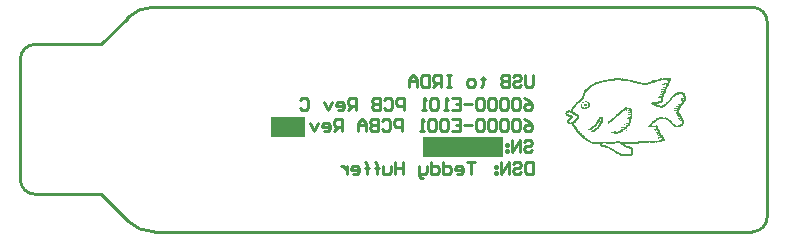
<source format=gbo>
G04*
G04 #@! TF.GenerationSoftware,Altium Limited,Altium Designer,22.6.1 (34)*
G04*
G04 Layer_Color=32896*
%FSLAX44Y44*%
%MOMM*%
G71*
G04*
G04 #@! TF.SameCoordinates,26C179CA-CC13-4C43-A1D0-6E6A4FA8EE50*
G04*
G04*
G04 #@! TF.FilePolarity,Positive*
G04*
G01*
G75*
%ADD15C,0.2540*%
%ADD79R,6.7395X1.7272*%
%ADD80R,2.9464X1.7272*%
G36*
X543646Y98190D02*
X545139D01*
Y98041D01*
X545587D01*
Y97892D01*
X545736D01*
Y96100D01*
X545587D01*
Y95951D01*
X545438D01*
Y95503D01*
X545288D01*
Y95204D01*
X545139D01*
Y94906D01*
X544990D01*
Y94607D01*
X544840D01*
Y94458D01*
X544691D01*
Y94010D01*
X544542D01*
Y93711D01*
X544691D01*
Y93413D01*
X544392D01*
Y92964D01*
X544243D01*
Y92815D01*
X544094D01*
Y92517D01*
X543795D01*
Y92069D01*
X543646D01*
Y91919D01*
X543497D01*
Y91770D01*
X543347D01*
Y91322D01*
X543198D01*
Y90874D01*
X543049D01*
Y90576D01*
X542899D01*
Y90128D01*
X542750D01*
Y89978D01*
X542601D01*
Y89829D01*
X542451D01*
Y89381D01*
X542302D01*
Y89082D01*
X542153D01*
Y88933D01*
X542004D01*
Y88336D01*
X541854D01*
Y87888D01*
X541705D01*
Y87589D01*
X541555D01*
Y87142D01*
X541406D01*
Y86694D01*
X541257D01*
Y86096D01*
X541108D01*
Y85947D01*
X540958D01*
Y85648D01*
X540809D01*
Y85350D01*
X540660D01*
Y84753D01*
X540510D01*
Y84603D01*
X540361D01*
Y84454D01*
X540212D01*
Y84006D01*
X540062D01*
Y83558D01*
X539913D01*
Y83110D01*
X539764D01*
Y82662D01*
X539614D01*
Y82513D01*
X539465D01*
Y81468D01*
X539316D01*
Y80721D01*
X539167D01*
Y79527D01*
X539017D01*
Y78780D01*
X538868D01*
Y78631D01*
X538719D01*
Y78482D01*
X538569D01*
Y77586D01*
X538420D01*
Y77287D01*
X538271D01*
Y77138D01*
X537076D01*
Y77287D01*
X536778D01*
Y77138D01*
X536330D01*
Y76989D01*
X535882D01*
Y76839D01*
X534389D01*
Y76690D01*
X533941D01*
Y76839D01*
X533642D01*
Y76690D01*
X533194D01*
Y76839D01*
X532896D01*
Y76690D01*
X532149D01*
Y76541D01*
X532298D01*
Y76391D01*
X532597D01*
Y76242D01*
X532896D01*
Y76093D01*
X533344D01*
Y76242D01*
X533792D01*
Y76093D01*
X534239D01*
Y75943D01*
X534837D01*
Y75794D01*
X534986D01*
Y75495D01*
X534837D01*
Y75346D01*
X535285D01*
Y75495D01*
X535135D01*
Y75645D01*
X535285D01*
Y75495D01*
X535732D01*
Y75346D01*
X535882D01*
Y75197D01*
X536330D01*
Y75047D01*
X537524D01*
Y74898D01*
X537823D01*
Y75047D01*
X538420D01*
Y75197D01*
X539167D01*
Y75645D01*
X539614D01*
Y75794D01*
X539764D01*
Y75943D01*
X539913D01*
Y76093D01*
X540062D01*
Y76242D01*
X540361D01*
Y76391D01*
X540510D01*
Y76690D01*
X540660D01*
Y76839D01*
X541555D01*
Y76989D01*
X541705D01*
Y77436D01*
X541854D01*
Y77586D01*
X542004D01*
Y77735D01*
X542153D01*
Y77586D01*
X542302D01*
Y78034D01*
X542601D01*
Y78183D01*
X542750D01*
Y78332D01*
X543049D01*
Y78631D01*
X543198D01*
Y78780D01*
X543347D01*
Y79228D01*
X543646D01*
Y79377D01*
X543795D01*
Y79527D01*
X544243D01*
Y79676D01*
X544392D01*
Y79825D01*
X544542D01*
Y80124D01*
X544691D01*
Y80273D01*
X544840D01*
Y80572D01*
X544990D01*
Y80871D01*
X545288D01*
Y81020D01*
X545438D01*
Y81318D01*
X545587D01*
Y81617D01*
X545736D01*
Y81766D01*
X545886D01*
Y82065D01*
X546035D01*
Y82364D01*
X546184D01*
Y82513D01*
X546333D01*
Y82662D01*
X546483D01*
Y82811D01*
X546632D01*
Y82961D01*
X546931D01*
Y83259D01*
X547080D01*
Y83558D01*
X547229D01*
Y83707D01*
X547528D01*
Y83857D01*
X547677D01*
Y84155D01*
X547826D01*
Y84305D01*
X548125D01*
Y84454D01*
X548274D01*
Y84603D01*
X548424D01*
Y84902D01*
X548722D01*
Y85051D01*
X549170D01*
Y85201D01*
X549320D01*
Y85350D01*
X549469D01*
Y85499D01*
X549767D01*
Y85648D01*
X550066D01*
Y85798D01*
X550365D01*
Y85947D01*
X550813D01*
Y86246D01*
X551261D01*
Y86395D01*
X552306D01*
Y86544D01*
X552455D01*
Y86694D01*
X555292D01*
Y86544D01*
X555591D01*
Y86395D01*
X555889D01*
Y86246D01*
X556039D01*
Y86096D01*
X556337D01*
Y85947D01*
X556636D01*
Y85798D01*
X556934D01*
Y85648D01*
X557233D01*
Y85499D01*
X557382D01*
Y84902D01*
X557532D01*
Y84753D01*
X557681D01*
Y84454D01*
X557830D01*
Y84305D01*
X557980D01*
Y83857D01*
X558129D01*
Y83558D01*
X558278D01*
Y82961D01*
X558427D01*
Y82811D01*
X558577D01*
Y81916D01*
X558427D01*
Y81468D01*
X558577D01*
Y79527D01*
X558427D01*
Y79228D01*
X558278D01*
Y79079D01*
X558129D01*
Y78930D01*
X557980D01*
Y78332D01*
X557681D01*
Y78183D01*
X557532D01*
Y77884D01*
X557382D01*
Y77735D01*
X557084D01*
Y77586D01*
X556934D01*
Y77287D01*
X556785D01*
Y77138D01*
X556636D01*
Y76989D01*
X556486D01*
Y76690D01*
X556337D01*
Y76541D01*
X556188D01*
Y76242D01*
X556039D01*
Y76093D01*
X555889D01*
Y75943D01*
X555591D01*
Y75794D01*
X555441D01*
Y75645D01*
X555292D01*
Y75197D01*
X555143D01*
Y75047D01*
X554844D01*
Y74898D01*
X554993D01*
Y74749D01*
X554844D01*
Y74599D01*
X554695D01*
Y74301D01*
X554545D01*
Y74152D01*
X554396D01*
Y73853D01*
X554247D01*
Y73554D01*
X554098D01*
Y73405D01*
X553948D01*
Y72957D01*
X553799D01*
Y72360D01*
X553650D01*
Y72061D01*
X553500D01*
Y71315D01*
X553351D01*
Y71165D01*
X553202D01*
Y71016D01*
X553052D01*
Y70867D01*
X552903D01*
Y69374D01*
X553052D01*
Y69224D01*
X553202D01*
Y69075D01*
X553351D01*
Y68926D01*
X553500D01*
Y68329D01*
X553650D01*
Y68179D01*
X553799D01*
Y68030D01*
X553948D01*
Y67731D01*
X554247D01*
Y67134D01*
X554396D01*
Y66985D01*
X554545D01*
Y66835D01*
X554695D01*
Y66388D01*
X554844D01*
Y66089D01*
X554993D01*
Y65641D01*
X555143D01*
Y65492D01*
X555292D01*
Y65193D01*
X555441D01*
Y65044D01*
X555591D01*
Y64297D01*
X555740D01*
Y64148D01*
X555889D01*
Y63849D01*
X556039D01*
Y63700D01*
X556188D01*
Y63401D01*
X556337D01*
Y62953D01*
X556486D01*
Y62505D01*
X556636D01*
Y62356D01*
X556785D01*
Y61908D01*
X556934D01*
Y60714D01*
X556785D01*
Y60117D01*
X556636D01*
Y59967D01*
X556486D01*
Y59669D01*
X556337D01*
Y59221D01*
X556188D01*
Y58922D01*
X556039D01*
Y58623D01*
X555889D01*
Y58176D01*
X555591D01*
Y58026D01*
X555441D01*
Y57877D01*
X555292D01*
Y57728D01*
X555143D01*
Y57578D01*
X554993D01*
Y57429D01*
X554695D01*
Y57280D01*
X554545D01*
Y57130D01*
X554098D01*
Y56981D01*
X553799D01*
Y56832D01*
X553202D01*
Y56683D01*
X552754D01*
Y56533D01*
X549469D01*
Y56683D01*
X549320D01*
Y56832D01*
X549170D01*
Y56981D01*
X548722D01*
Y57130D01*
X548573D01*
Y57280D01*
X548274D01*
Y57429D01*
X548125D01*
Y57578D01*
X547976D01*
Y57728D01*
X547677D01*
Y57877D01*
X547528D01*
Y58026D01*
X547379D01*
Y58176D01*
X547229D01*
Y58325D01*
X547080D01*
Y58474D01*
X546931D01*
Y58623D01*
X546781D01*
Y58773D01*
X546632D01*
Y59071D01*
X546483D01*
Y59221D01*
X546333D01*
Y59370D01*
X546184D01*
Y59519D01*
X546035D01*
Y59669D01*
X545886D01*
Y60266D01*
X545736D01*
Y60415D01*
X545587D01*
Y60564D01*
X545438D01*
Y60714D01*
X544990D01*
Y60863D01*
X544840D01*
Y61311D01*
X544542D01*
Y61610D01*
X544392D01*
Y61759D01*
X544243D01*
Y61908D01*
X544094D01*
Y62058D01*
X543945D01*
Y62207D01*
X543795D01*
Y62356D01*
X543497D01*
Y62505D01*
X542899D01*
Y62655D01*
X542601D01*
Y62804D01*
X542302D01*
Y62953D01*
X542153D01*
Y63103D01*
X542004D01*
Y63252D01*
X541854D01*
Y63401D01*
X539167D01*
Y63551D01*
X538569D01*
Y63700D01*
X538271D01*
Y63551D01*
X537673D01*
Y63700D01*
X536479D01*
Y63551D01*
X536330D01*
Y63401D01*
X535882D01*
Y63252D01*
X535732D01*
Y63401D01*
X535583D01*
Y63252D01*
X535434D01*
Y63103D01*
X535285D01*
Y62953D01*
X534986D01*
Y62804D01*
X534687D01*
Y62655D01*
X534538D01*
Y62505D01*
X534389D01*
Y62356D01*
X534090D01*
Y62207D01*
X533941D01*
Y62058D01*
X533792D01*
Y61908D01*
X533493D01*
Y61759D01*
X533344D01*
Y61610D01*
X533194D01*
Y61460D01*
X533045D01*
Y61311D01*
X532896D01*
Y61162D01*
X532597D01*
Y61012D01*
X532448D01*
Y60863D01*
X532149D01*
Y60564D01*
X532000D01*
Y60415D01*
X531851D01*
Y60564D01*
X531701D01*
Y60266D01*
X531552D01*
Y60117D01*
X530955D01*
Y59967D01*
X530805D01*
Y59669D01*
X530507D01*
Y59370D01*
X530357D01*
Y59221D01*
X530208D01*
Y58922D01*
X530059D01*
Y58773D01*
X529910D01*
Y58623D01*
X529760D01*
Y58474D01*
X529611D01*
Y58325D01*
X529462D01*
Y58176D01*
X529163D01*
Y57877D01*
X529611D01*
Y57728D01*
X529910D01*
Y57877D01*
X530955D01*
Y58026D01*
X533194D01*
Y58176D01*
X533493D01*
Y58325D01*
X533792D01*
Y58176D01*
X534090D01*
Y58026D01*
X534389D01*
Y57728D01*
X534687D01*
Y57429D01*
X534837D01*
Y56981D01*
X534986D01*
Y56235D01*
X535135D01*
Y55936D01*
X535285D01*
Y55189D01*
X535434D01*
Y54891D01*
X535583D01*
Y54742D01*
X535732D01*
Y54592D01*
X536031D01*
Y54293D01*
X536180D01*
Y53846D01*
X536330D01*
Y53696D01*
X536180D01*
Y53398D01*
X536031D01*
Y53248D01*
X536180D01*
Y53099D01*
X536628D01*
Y52950D01*
X536479D01*
Y52800D01*
X536778D01*
Y52203D01*
X536927D01*
Y52054D01*
X537076D01*
Y51457D01*
X537226D01*
Y51307D01*
X537524D01*
Y51158D01*
X537673D01*
Y50859D01*
X537823D01*
Y50561D01*
X537972D01*
Y50412D01*
X537823D01*
Y50262D01*
X537673D01*
Y50412D01*
X537524D01*
Y50710D01*
X537226D01*
Y50561D01*
X537375D01*
Y50412D01*
X537524D01*
Y50262D01*
X537673D01*
Y49814D01*
X537972D01*
Y50113D01*
X538121D01*
Y50262D01*
X538271D01*
Y49964D01*
X538569D01*
Y49814D01*
X538719D01*
Y49068D01*
X539167D01*
Y48918D01*
X539316D01*
Y48620D01*
X539465D01*
Y48471D01*
X539316D01*
Y48172D01*
X539614D01*
Y48023D01*
X539764D01*
Y47425D01*
X540062D01*
Y47127D01*
X540212D01*
Y46977D01*
X540510D01*
Y46679D01*
X540660D01*
Y46380D01*
X540958D01*
Y45335D01*
X540809D01*
Y45036D01*
X540510D01*
Y44887D01*
X540361D01*
Y44738D01*
X539316D01*
Y44588D01*
X539017D01*
Y44738D01*
X538569D01*
Y44588D01*
X538271D01*
Y44439D01*
X537972D01*
Y44290D01*
X537673D01*
Y44141D01*
X537226D01*
Y44290D01*
X536330D01*
Y44141D01*
X535882D01*
Y43991D01*
X535285D01*
Y43842D01*
X534837D01*
Y43693D01*
X534538D01*
Y43842D01*
X534389D01*
Y43693D01*
X533344D01*
Y43842D01*
X532746D01*
Y43693D01*
X531552D01*
Y43842D01*
X531104D01*
Y43693D01*
X530507D01*
Y43842D01*
X530357D01*
Y43693D01*
X529760D01*
Y43842D01*
X529611D01*
Y43693D01*
X527968D01*
Y43842D01*
X527670D01*
Y43693D01*
X525430D01*
Y43543D01*
X524982D01*
Y43693D01*
X524684D01*
Y43543D01*
X524236D01*
Y43693D01*
X523937D01*
Y43543D01*
X523041D01*
Y43693D01*
X522892D01*
Y43543D01*
X521399D01*
Y43394D01*
X521250D01*
Y43693D01*
X520354D01*
Y43543D01*
X520204D01*
Y43394D01*
X520055D01*
Y43095D01*
X519906D01*
Y43245D01*
X519458D01*
Y43095D01*
X519309D01*
Y43245D01*
X518711D01*
Y43095D01*
X518413D01*
Y42946D01*
X517965D01*
Y42797D01*
X510649D01*
Y42647D01*
X510051D01*
Y42797D01*
X509604D01*
Y42647D01*
X507513D01*
Y42498D01*
X507364D01*
Y42647D01*
X507215D01*
Y42498D01*
X507065D01*
Y42647D01*
X506916D01*
Y42797D01*
X506767D01*
Y42647D01*
X506468D01*
Y42797D01*
X506169D01*
Y42946D01*
X505871D01*
Y42797D01*
X505572D01*
Y42647D01*
X505871D01*
Y42498D01*
X506767D01*
Y42050D01*
X506916D01*
Y41901D01*
X507215D01*
Y41602D01*
X507662D01*
Y41453D01*
X507812D01*
Y41304D01*
X508110D01*
Y41154D01*
X508409D01*
Y41005D01*
X509006D01*
Y40706D01*
X509454D01*
Y40856D01*
X509604D01*
Y40706D01*
X510051D01*
Y40557D01*
X511096D01*
Y40408D01*
X511694D01*
Y40258D01*
X512142D01*
Y40109D01*
X512291D01*
Y39960D01*
X512590D01*
Y39661D01*
X512739D01*
Y39512D01*
X512888D01*
Y39363D01*
X513038D01*
Y39213D01*
X513336D01*
Y38915D01*
X513485D01*
Y38616D01*
X513635D01*
Y38467D01*
X513784D01*
Y37272D01*
X513933D01*
Y36974D01*
X513784D01*
Y34585D01*
X513635D01*
Y33988D01*
X513485D01*
Y33689D01*
X513336D01*
Y33540D01*
X513187D01*
Y33390D01*
X513038D01*
Y33241D01*
X512888D01*
Y32942D01*
X512739D01*
Y32793D01*
X512590D01*
Y32494D01*
X511246D01*
Y32345D01*
X510798D01*
Y32494D01*
X510350D01*
Y32345D01*
X510051D01*
Y32494D01*
X509454D01*
Y32345D01*
X508857D01*
Y32494D01*
X508260D01*
Y32345D01*
X507215D01*
Y32494D01*
X506319D01*
Y32345D01*
X505572D01*
Y32494D01*
X504826D01*
Y32345D01*
X504378D01*
Y32494D01*
X503780D01*
Y32644D01*
X503183D01*
Y32793D01*
X503034D01*
Y32942D01*
X502884D01*
Y33092D01*
X502735D01*
Y33241D01*
X502586D01*
Y33390D01*
X502437D01*
Y33540D01*
X502138D01*
Y33689D01*
X501839D01*
Y33838D01*
X500943D01*
Y33988D01*
X500496D01*
Y34286D01*
X500048D01*
Y34436D01*
X499600D01*
Y34585D01*
X499152D01*
Y34734D01*
X498555D01*
Y35033D01*
X498405D01*
Y35182D01*
X498256D01*
Y35331D01*
X498107D01*
Y35630D01*
X497957D01*
Y35779D01*
X497659D01*
Y35929D01*
X497509D01*
Y36078D01*
X497211D01*
Y36377D01*
X497062D01*
Y36526D01*
X496315D01*
Y36675D01*
X496166D01*
Y36824D01*
X496016D01*
Y36974D01*
X495867D01*
Y37123D01*
X495568D01*
Y37272D01*
X495270D01*
Y37422D01*
X495121D01*
Y37571D01*
X494971D01*
Y37720D01*
X494822D01*
Y37870D01*
X494374D01*
Y38168D01*
X493926D01*
Y38317D01*
X493329D01*
Y38467D01*
X493030D01*
Y38765D01*
X492732D01*
Y38915D01*
X492134D01*
Y39064D01*
X491537D01*
Y39213D01*
X490940D01*
Y39363D01*
X490492D01*
Y39512D01*
X489745D01*
Y39661D01*
X489148D01*
Y39811D01*
X488252D01*
Y39960D01*
X487804D01*
Y40109D01*
X487506D01*
Y40258D01*
X487356D01*
Y40408D01*
X486908D01*
Y40706D01*
X486759D01*
Y40856D01*
X486610D01*
Y41005D01*
X486461D01*
Y41154D01*
X486162D01*
Y41752D01*
X486013D01*
Y41901D01*
X485863D01*
Y42050D01*
X485714D01*
Y42797D01*
X485117D01*
Y42647D01*
X484669D01*
Y42797D01*
X484520D01*
Y42946D01*
X484221D01*
Y42797D01*
X483474D01*
Y42647D01*
X483176D01*
Y42797D01*
X483325D01*
Y42946D01*
X482728D01*
Y42797D01*
X482579D01*
Y42647D01*
X481832D01*
Y42498D01*
X481533D01*
Y42349D01*
X481085D01*
Y42498D01*
X480638D01*
Y42797D01*
X480339D01*
Y42946D01*
X478846D01*
Y43095D01*
X478099D01*
Y43245D01*
X477950D01*
Y43394D01*
X477801D01*
Y43543D01*
X477502D01*
Y43693D01*
X477203D01*
Y43842D01*
X477054D01*
Y43991D01*
X476457D01*
Y44141D01*
X476158D01*
Y44290D01*
X475710D01*
Y44439D01*
X475561D01*
Y44588D01*
X475262D01*
Y44738D01*
X475113D01*
Y44887D01*
X474665D01*
Y45036D01*
X474367D01*
Y45186D01*
X474068D01*
Y45484D01*
X473769D01*
Y45634D01*
X473471D01*
Y45783D01*
X473321D01*
Y45932D01*
X473172D01*
Y46082D01*
X472724D01*
Y46529D01*
X472276D01*
Y46679D01*
X472127D01*
Y46828D01*
X471828D01*
Y46977D01*
X471679D01*
Y47276D01*
X471530D01*
Y47425D01*
X471082D01*
Y47724D01*
X470933D01*
Y47873D01*
X470783D01*
Y48023D01*
X470485D01*
Y48172D01*
X470335D01*
Y48321D01*
X470186D01*
Y48471D01*
X469887D01*
Y48769D01*
X469589D01*
Y49068D01*
X469439D01*
Y49217D01*
X469290D01*
Y49366D01*
X468991D01*
Y49665D01*
X468842D01*
Y49814D01*
X468693D01*
Y49964D01*
X468544D01*
Y50113D01*
X468394D01*
Y50412D01*
X468096D01*
Y50561D01*
X467797D01*
Y50859D01*
X467648D01*
Y51158D01*
X467349D01*
Y51307D01*
X467200D01*
Y51457D01*
X467050D01*
Y51606D01*
X466901D01*
Y51905D01*
X466603D01*
Y52054D01*
X466453D01*
Y52203D01*
X466304D01*
Y52502D01*
X466005D01*
Y52651D01*
X465856D01*
Y52800D01*
X465707D01*
Y52950D01*
X465557D01*
Y53099D01*
X465408D01*
Y53547D01*
X465259D01*
Y53696D01*
X465109D01*
Y54144D01*
X464960D01*
Y54293D01*
X464811D01*
Y54443D01*
X464661D01*
Y54742D01*
X464512D01*
Y55040D01*
X464363D01*
Y55189D01*
X464213D01*
Y55339D01*
X464064D01*
Y55488D01*
X463915D01*
Y55637D01*
X463766D01*
Y55787D01*
X463616D01*
Y55936D01*
X463467D01*
Y56085D01*
X463318D01*
Y56384D01*
X463467D01*
Y56683D01*
X463168D01*
Y56832D01*
X463019D01*
Y57280D01*
X462870D01*
Y57429D01*
X462720D01*
Y57728D01*
X462571D01*
Y57877D01*
X462272D01*
Y58176D01*
X462123D01*
Y58325D01*
X462422D01*
Y58474D01*
X462123D01*
Y59221D01*
X461227D01*
Y59071D01*
X460033D01*
Y59221D01*
X459585D01*
Y59370D01*
X459286D01*
Y59519D01*
X459137D01*
Y59669D01*
X458839D01*
Y59967D01*
X458689D01*
Y60117D01*
X458540D01*
Y60415D01*
X458391D01*
Y60714D01*
X458241D01*
Y61610D01*
X458092D01*
Y61908D01*
X457943D01*
Y62058D01*
X458092D01*
Y62505D01*
X458241D01*
Y62655D01*
X458391D01*
Y62804D01*
X458540D01*
Y63103D01*
X458689D01*
Y63401D01*
X458839D01*
Y63551D01*
X458988D01*
Y63849D01*
X459286D01*
Y63999D01*
X459585D01*
Y64297D01*
X459436D01*
Y64745D01*
X459585D01*
Y65044D01*
X459286D01*
Y65193D01*
X459137D01*
Y65342D01*
X458988D01*
Y65492D01*
X458839D01*
Y65641D01*
X458689D01*
Y65790D01*
X458540D01*
Y65940D01*
X458241D01*
Y66089D01*
X457793D01*
Y66388D01*
X457644D01*
Y66537D01*
X457495D01*
Y66686D01*
X457196D01*
Y66835D01*
X457047D01*
Y66985D01*
X456897D01*
Y67433D01*
X456748D01*
Y67582D01*
X456599D01*
Y67881D01*
X456748D01*
Y68179D01*
X456599D01*
Y68030D01*
X456450D01*
Y68478D01*
X456748D01*
Y68776D01*
X456599D01*
Y69822D01*
X456748D01*
Y69971D01*
X457047D01*
Y70120D01*
X457196D01*
Y70270D01*
X457345D01*
Y70419D01*
X457495D01*
Y70568D01*
X457644D01*
Y70718D01*
X458092D01*
Y70867D01*
X458540D01*
Y71016D01*
X458988D01*
Y71165D01*
X460182D01*
Y71315D01*
X460331D01*
Y71165D01*
X460481D01*
Y71016D01*
X460630D01*
Y70867D01*
X461227D01*
Y71016D01*
X461377D01*
Y71763D01*
X461526D01*
Y72211D01*
X461675D01*
Y72360D01*
X461825D01*
Y72509D01*
X461974D01*
Y72659D01*
X462123D01*
Y73106D01*
X462272D01*
Y73256D01*
X462422D01*
Y73704D01*
X462571D01*
Y73853D01*
X462720D01*
Y74002D01*
X462870D01*
Y74450D01*
X463019D01*
Y74599D01*
X463318D01*
Y74749D01*
X463467D01*
Y74898D01*
X463616D01*
Y75047D01*
X463915D01*
Y75645D01*
X464064D01*
Y75943D01*
X464512D01*
Y76541D01*
X464661D01*
Y76690D01*
X464960D01*
Y76839D01*
X465109D01*
Y76989D01*
X465259D01*
Y77287D01*
X465408D01*
Y77436D01*
X465557D01*
Y77586D01*
X465707D01*
Y77735D01*
X466005D01*
Y78034D01*
X466304D01*
Y78183D01*
X466752D01*
Y78332D01*
X466901D01*
Y78482D01*
X467200D01*
Y78780D01*
X467349D01*
Y78930D01*
X467648D01*
Y79228D01*
X467946D01*
Y79527D01*
X468245D01*
Y79825D01*
X468394D01*
Y79975D01*
X468693D01*
Y80124D01*
X468842D01*
Y80423D01*
X468991D01*
Y80572D01*
X469141D01*
Y80721D01*
X469439D01*
Y81020D01*
X469887D01*
Y81169D01*
X470037D01*
Y81468D01*
X470186D01*
Y81617D01*
X470335D01*
Y81766D01*
X470634D01*
Y82065D01*
X470783D01*
Y82961D01*
X470933D01*
Y83409D01*
X471082D01*
Y83558D01*
X471231D01*
Y84454D01*
X471380D01*
Y84753D01*
X471530D01*
Y84902D01*
X471380D01*
Y85350D01*
X471679D01*
Y85798D01*
X471828D01*
Y85947D01*
X471978D01*
Y86395D01*
X472127D01*
Y86992D01*
X472276D01*
Y87440D01*
X472425D01*
Y87888D01*
X472575D01*
Y88037D01*
X472724D01*
Y88187D01*
X472873D01*
Y88336D01*
X473023D01*
Y88485D01*
X473172D01*
Y88784D01*
X473769D01*
Y88933D01*
X474068D01*
Y89082D01*
X474217D01*
Y89232D01*
X474367D01*
Y89381D01*
X474516D01*
Y89829D01*
X474665D01*
Y89978D01*
X474964D01*
Y90128D01*
X475113D01*
Y90277D01*
X475412D01*
Y90426D01*
X475561D01*
Y90576D01*
X475710D01*
Y90725D01*
X475860D01*
Y90874D01*
X476158D01*
Y91024D01*
X476308D01*
Y91471D01*
X476457D01*
Y91621D01*
X476606D01*
Y91770D01*
X477203D01*
Y91919D01*
X477353D01*
Y92069D01*
X477502D01*
Y92218D01*
X477801D01*
Y92367D01*
X477950D01*
Y92517D01*
X478099D01*
Y92666D01*
X478547D01*
Y92815D01*
X478697D01*
Y92964D01*
X478995D01*
Y93114D01*
X479294D01*
Y93263D01*
X479592D01*
Y93413D01*
X479742D01*
Y93711D01*
X480339D01*
Y93860D01*
X480787D01*
Y94010D01*
X481085D01*
Y94159D01*
X481235D01*
Y94308D01*
X481384D01*
Y94458D01*
X481533D01*
Y94756D01*
X481683D01*
Y94906D01*
X481832D01*
Y95055D01*
X482131D01*
Y94906D01*
X482429D01*
Y95204D01*
X483176D01*
Y95353D01*
X483773D01*
Y95503D01*
X484221D01*
Y95353D01*
X484520D01*
Y95503D01*
X484818D01*
Y95652D01*
X484967D01*
Y95951D01*
X485117D01*
Y95801D01*
X486013D01*
Y95951D01*
X486610D01*
Y96100D01*
X487506D01*
Y96399D01*
X487655D01*
Y96249D01*
X487954D01*
Y96399D01*
X488402D01*
Y96548D01*
X488849D01*
Y96399D01*
X488999D01*
Y96548D01*
X489596D01*
Y96697D01*
X489745D01*
Y96548D01*
X489895D01*
Y96697D01*
X490343D01*
Y96847D01*
X490641D01*
Y96996D01*
X490940D01*
Y97145D01*
X491089D01*
Y96996D01*
X491388D01*
Y97145D01*
X492134D01*
Y97295D01*
X492732D01*
Y97444D01*
X494374D01*
Y97593D01*
X494673D01*
Y97742D01*
X494822D01*
Y97593D01*
X495121D01*
Y97444D01*
X495419D01*
Y97593D01*
X495270D01*
Y97742D01*
X496016D01*
Y97593D01*
X496315D01*
Y97742D01*
X496763D01*
Y97892D01*
X497509D01*
Y98041D01*
X498256D01*
Y98190D01*
X498704D01*
Y98041D01*
X499002D01*
Y98340D01*
X500197D01*
Y98190D01*
X500346D01*
Y98340D01*
X500496D01*
Y98190D01*
X500645D01*
Y98041D01*
X501242D01*
Y98190D01*
X501391D01*
Y98041D01*
X501989D01*
Y98190D01*
X502138D01*
Y98041D01*
X503034D01*
Y98190D01*
X503183D01*
Y98041D01*
X503631D01*
Y98190D01*
X504826D01*
Y98041D01*
X505274D01*
Y97892D01*
X505721D01*
Y97742D01*
X507215D01*
Y97593D01*
X507364D01*
Y97444D01*
X508409D01*
Y97295D01*
X509454D01*
Y97145D01*
X510350D01*
Y96996D01*
X510947D01*
Y96847D01*
X511395D01*
Y96697D01*
X511992D01*
Y96548D01*
X513187D01*
Y96399D01*
X513485D01*
Y96249D01*
X514381D01*
Y96100D01*
X514680D01*
Y95951D01*
X515277D01*
Y95801D01*
X515874D01*
Y95652D01*
X516472D01*
Y95503D01*
X517218D01*
Y95353D01*
X517517D01*
Y95204D01*
X518263D01*
Y95055D01*
X518562D01*
Y94906D01*
X519458D01*
Y94756D01*
X520503D01*
Y94607D01*
X521250D01*
Y94458D01*
X521399D01*
Y94308D01*
X521847D01*
Y94159D01*
X522295D01*
Y94308D01*
X522593D01*
Y94159D01*
X523788D01*
Y94010D01*
X524086D01*
Y94159D01*
X525132D01*
Y94308D01*
X525281D01*
Y94458D01*
X526027D01*
Y94607D01*
X526177D01*
Y94756D01*
X526625D01*
Y94906D01*
X526774D01*
Y95055D01*
X526923D01*
Y95204D01*
X527222D01*
Y95353D01*
X528715D01*
Y95652D01*
X529312D01*
Y95801D01*
X529611D01*
Y95951D01*
X529910D01*
Y96100D01*
X530059D01*
Y96249D01*
X530208D01*
Y96399D01*
X531253D01*
Y96548D01*
X532597D01*
Y96697D01*
X533045D01*
Y96847D01*
X534090D01*
Y96996D01*
X534538D01*
Y97145D01*
X534986D01*
Y97295D01*
X535285D01*
Y97444D01*
X536330D01*
Y97593D01*
X536479D01*
Y97742D01*
X536330D01*
Y97892D01*
X536778D01*
Y98041D01*
X537076D01*
Y97892D01*
X537673D01*
Y98041D01*
X537972D01*
Y97892D01*
X539167D01*
Y98041D01*
X541555D01*
Y98190D01*
X542153D01*
Y98041D01*
X542451D01*
Y98190D01*
X543198D01*
Y98340D01*
X543646D01*
Y98190D01*
D02*
G37*
G36*
X537673Y50262D02*
D01*
D01*
D01*
D01*
D02*
G37*
%LPC*%
G36*
X499450Y98190D02*
X499152D01*
Y98041D01*
X499450D01*
Y98190D01*
D02*
G37*
G36*
X500048D02*
X499898D01*
Y97892D01*
X500197D01*
Y98041D01*
X500048D01*
Y98190D01*
D02*
G37*
G36*
X504228Y98041D02*
X503930D01*
Y97742D01*
X504228D01*
Y98041D01*
D02*
G37*
G36*
X537076Y97892D02*
X536927D01*
Y97742D01*
X537076D01*
Y97892D01*
D02*
G37*
G36*
X504676D02*
X504378D01*
Y97593D01*
X504676D01*
Y97892D01*
D02*
G37*
G36*
X542750Y96548D02*
X542601D01*
Y96399D01*
X542302D01*
Y96548D01*
X538121D01*
Y96399D01*
X537823D01*
Y96249D01*
X536927D01*
Y96100D01*
X536628D01*
Y95951D01*
X536180D01*
Y96100D01*
X536031D01*
Y95951D01*
X535732D01*
Y95801D01*
X535434D01*
Y95652D01*
X534687D01*
Y95503D01*
X534239D01*
Y95353D01*
X533194D01*
Y95204D01*
X533344D01*
Y95055D01*
X533642D01*
Y94756D01*
X532298D01*
Y94607D01*
X531552D01*
Y94458D01*
X530656D01*
Y94308D01*
X530059D01*
Y94159D01*
X529910D01*
Y94010D01*
X529163D01*
Y93860D01*
X529014D01*
Y93562D01*
X528416D01*
Y93413D01*
X527968D01*
Y93263D01*
X527073D01*
Y93114D01*
X526625D01*
Y92964D01*
X526326D01*
Y92815D01*
X526027D01*
Y92666D01*
X525430D01*
Y92517D01*
X525281D01*
Y92666D01*
X522593D01*
Y92815D01*
X522295D01*
Y92666D01*
X521996D01*
Y92815D01*
X521250D01*
Y92964D01*
X520503D01*
Y93114D01*
X520354D01*
Y93263D01*
X519458D01*
Y93413D01*
X519159D01*
Y93263D01*
X518114D01*
Y93413D01*
X517517D01*
Y93711D01*
X517368D01*
Y93860D01*
X516322D01*
Y94010D01*
X515874D01*
Y94159D01*
X515128D01*
Y94308D01*
X514979D01*
Y94458D01*
X514531D01*
Y94607D01*
X514083D01*
Y94756D01*
X513038D01*
Y94906D01*
X512739D01*
Y95055D01*
X511843D01*
Y95204D01*
X511694D01*
Y95353D01*
X510947D01*
Y95503D01*
X510499D01*
Y95652D01*
X510350D01*
Y95503D01*
X510201D01*
Y95652D01*
X509156D01*
Y95801D01*
X508558D01*
Y95951D01*
X506319D01*
Y96100D01*
X505721D01*
Y96249D01*
X505274D01*
Y96100D01*
X505124D01*
Y96249D01*
X503482D01*
Y96399D01*
X503034D01*
Y96548D01*
X500346D01*
Y96399D01*
X500048D01*
Y96548D01*
X498405D01*
Y96399D01*
X498256D01*
Y96249D01*
X497360D01*
Y96100D01*
X496464D01*
Y96249D01*
X496166D01*
Y96100D01*
X495718D01*
Y95951D01*
X495270D01*
Y96100D01*
X495121D01*
Y95951D01*
X494374D01*
Y95801D01*
X493926D01*
Y95652D01*
X492134D01*
Y95503D01*
X491537D01*
Y95353D01*
X490492D01*
Y95204D01*
X490193D01*
Y95353D01*
X489895D01*
Y95204D01*
X489447D01*
Y95055D01*
X488700D01*
Y94756D01*
X487058D01*
Y94607D01*
X486013D01*
Y94458D01*
X485714D01*
Y94010D01*
X485415D01*
Y93860D01*
X484669D01*
Y93711D01*
X483922D01*
Y93562D01*
X483474D01*
Y93413D01*
X483176D01*
Y93263D01*
X483027D01*
Y93114D01*
X482579D01*
Y92815D01*
X482728D01*
Y92666D01*
X482429D01*
Y92815D01*
X481832D01*
Y92517D01*
X481384D01*
Y92367D01*
X480787D01*
Y92069D01*
X480339D01*
Y91919D01*
X480190D01*
Y91770D01*
X479742D01*
Y91621D01*
X479443D01*
Y91471D01*
X479294D01*
Y91322D01*
X479144D01*
Y91173D01*
X478995D01*
Y91024D01*
X478846D01*
Y90874D01*
X478547D01*
Y90725D01*
X478249D01*
Y90576D01*
X478099D01*
Y90426D01*
X477950D01*
Y90277D01*
X477801D01*
Y90128D01*
X477651D01*
Y89978D01*
X477353D01*
Y89829D01*
X477203D01*
Y89680D01*
X477054D01*
Y89530D01*
X476905D01*
Y89232D01*
X476755D01*
Y89082D01*
X476606D01*
Y88784D01*
X476308D01*
Y88635D01*
X476158D01*
Y88336D01*
X476009D01*
Y88187D01*
X475860D01*
Y88037D01*
X475710D01*
Y87739D01*
X475561D01*
Y87888D01*
X475262D01*
Y87739D01*
X475113D01*
Y87440D01*
X474964D01*
Y86992D01*
X474665D01*
Y86843D01*
X474367D01*
Y86694D01*
X474217D01*
Y86544D01*
X474068D01*
Y86395D01*
X473919D01*
Y86246D01*
X473769D01*
Y86096D01*
X473620D01*
Y85947D01*
X473919D01*
Y85798D01*
X473620D01*
Y85648D01*
X473471D01*
Y85201D01*
X473172D01*
Y85051D01*
X473023D01*
Y84753D01*
X473321D01*
Y84454D01*
X472873D01*
Y84006D01*
X472724D01*
Y83259D01*
X472575D01*
Y82513D01*
X472425D01*
Y82364D01*
X472575D01*
Y82214D01*
X472276D01*
Y81617D01*
X472127D01*
Y81318D01*
X471978D01*
Y80871D01*
X471828D01*
Y80721D01*
X471679D01*
Y80423D01*
X471380D01*
Y80273D01*
X471231D01*
Y79975D01*
X471082D01*
Y79825D01*
X470783D01*
Y79676D01*
X470634D01*
Y79527D01*
X470485D01*
Y79377D01*
X470335D01*
Y79228D01*
X470186D01*
Y78930D01*
X470037D01*
Y78780D01*
X469887D01*
Y78631D01*
X469738D01*
Y78482D01*
X469589D01*
Y78332D01*
X469439D01*
Y78183D01*
X469290D01*
Y78034D01*
X468991D01*
Y77735D01*
X468693D01*
Y77586D01*
X468544D01*
Y77436D01*
X468096D01*
Y77287D01*
X467946D01*
Y77138D01*
X467797D01*
Y76989D01*
X467349D01*
Y76839D01*
X467050D01*
Y76690D01*
X466901D01*
Y76391D01*
X466752D01*
Y76242D01*
X466603D01*
Y75943D01*
X466453D01*
Y75794D01*
X466304D01*
Y75645D01*
X466155D01*
Y75495D01*
X466005D01*
Y75346D01*
X465856D01*
Y75197D01*
X465707D01*
Y75047D01*
X465557D01*
Y74749D01*
X465408D01*
Y74599D01*
X465259D01*
Y74450D01*
X465109D01*
Y74152D01*
X464811D01*
Y73853D01*
X464512D01*
Y73704D01*
X464363D01*
Y73405D01*
X464213D01*
Y73106D01*
X464064D01*
Y72957D01*
X463915D01*
Y72808D01*
X463766D01*
Y72659D01*
X463616D01*
Y72211D01*
X463467D01*
Y72061D01*
X463318D01*
Y71763D01*
X463168D01*
Y71613D01*
X463019D01*
Y71165D01*
X462870D01*
Y71016D01*
X462720D01*
Y70718D01*
X462571D01*
Y70568D01*
X462422D01*
Y70120D01*
X462720D01*
Y69971D01*
X463019D01*
Y69822D01*
X463467D01*
Y69672D01*
X463616D01*
Y69523D01*
X463915D01*
Y69374D01*
X464363D01*
Y69224D01*
X464512D01*
Y69075D01*
X464661D01*
Y68926D01*
X464811D01*
Y68776D01*
X465109D01*
Y68627D01*
X465557D01*
Y68478D01*
X465856D01*
Y68329D01*
X466453D01*
Y68179D01*
X466603D01*
Y68030D01*
X466752D01*
Y67731D01*
X467050D01*
Y67582D01*
X467200D01*
Y67433D01*
X467349D01*
Y67134D01*
X467498D01*
Y66985D01*
X467648D01*
Y66835D01*
X467797D01*
Y65940D01*
X467946D01*
Y65641D01*
X468096D01*
Y65492D01*
X467946D01*
Y64745D01*
X467797D01*
Y64148D01*
X467648D01*
Y63849D01*
X467498D01*
Y63700D01*
X467200D01*
Y63551D01*
X467050D01*
Y63252D01*
X466901D01*
Y62804D01*
X466603D01*
Y62655D01*
X466453D01*
Y62505D01*
X466304D01*
Y62207D01*
X466005D01*
Y62058D01*
X465856D01*
Y61908D01*
X465707D01*
Y61610D01*
X465408D01*
Y61162D01*
X465259D01*
Y61012D01*
X465109D01*
Y60714D01*
X464661D01*
Y60564D01*
X464363D01*
Y60415D01*
X464213D01*
Y60266D01*
X463766D01*
Y60117D01*
X463616D01*
Y59967D01*
X463467D01*
Y59669D01*
X463616D01*
Y59221D01*
X463766D01*
Y59071D01*
X463915D01*
Y58474D01*
X464064D01*
Y58325D01*
X464213D01*
Y58026D01*
X464661D01*
Y57728D01*
X465109D01*
Y57429D01*
X465259D01*
Y57130D01*
X465707D01*
Y56832D01*
X465856D01*
Y56683D01*
X466005D01*
Y56533D01*
X466155D01*
Y56085D01*
X466304D01*
Y55936D01*
X466603D01*
Y55787D01*
X466453D01*
Y55637D01*
X466752D01*
Y55339D01*
X466901D01*
Y55189D01*
X467050D01*
Y54891D01*
X467200D01*
Y54742D01*
X467349D01*
Y54443D01*
X467498D01*
Y54293D01*
X467648D01*
Y54144D01*
X467797D01*
Y53995D01*
X467946D01*
Y53846D01*
X468096D01*
Y53547D01*
X468245D01*
Y53398D01*
X468394D01*
Y53248D01*
X468544D01*
Y52950D01*
X468693D01*
Y52651D01*
X468842D01*
Y52502D01*
X468991D01*
Y52352D01*
X469141D01*
Y52203D01*
X469290D01*
Y52054D01*
X469439D01*
Y51905D01*
X469589D01*
Y51755D01*
X469887D01*
Y51606D01*
X470037D01*
Y51457D01*
X470186D01*
Y51307D01*
X470335D01*
Y51009D01*
X470485D01*
Y50859D01*
X470634D01*
Y50710D01*
X470783D01*
Y50561D01*
X471082D01*
Y50262D01*
X471380D01*
Y50113D01*
X471530D01*
Y49964D01*
X471380D01*
Y49814D01*
X471828D01*
Y49665D01*
X471978D01*
Y49516D01*
X472127D01*
Y49366D01*
X472276D01*
Y49217D01*
X472575D01*
Y49068D01*
X472724D01*
Y48918D01*
X472873D01*
Y48769D01*
X473321D01*
Y48620D01*
X473471D01*
Y48321D01*
X473172D01*
Y48172D01*
X473471D01*
Y48023D01*
X473769D01*
Y47873D01*
X474068D01*
Y47724D01*
X474217D01*
Y47425D01*
X474665D01*
Y47276D01*
X474814D01*
Y47127D01*
X474964D01*
Y46977D01*
X475113D01*
Y46828D01*
X475262D01*
Y46679D01*
X475710D01*
Y46529D01*
X475860D01*
Y46380D01*
X476009D01*
Y46231D01*
X476158D01*
Y46082D01*
X476457D01*
Y45932D01*
X476606D01*
Y45783D01*
X476905D01*
Y45634D01*
X477054D01*
Y45484D01*
X477203D01*
Y45335D01*
X477353D01*
Y45186D01*
X477651D01*
Y45036D01*
X477950D01*
Y44887D01*
X478249D01*
Y44738D01*
X478398D01*
Y44588D01*
X481533D01*
Y44290D01*
X481832D01*
Y44439D01*
X481683D01*
Y44588D01*
X489745D01*
Y44439D01*
X491239D01*
Y44588D01*
X493030D01*
Y44439D01*
X493777D01*
Y44588D01*
X496315D01*
Y44439D01*
X497659D01*
Y44290D01*
X497957D01*
Y44439D01*
X498256D01*
Y44588D01*
X499450D01*
Y44738D01*
X499898D01*
Y44887D01*
X500346D01*
Y44738D01*
X501093D01*
Y44887D01*
X501989D01*
Y44738D01*
X502437D01*
Y44588D01*
X504676D01*
Y44439D01*
X505124D01*
Y44290D01*
X506468D01*
Y44141D01*
X506916D01*
Y43991D01*
X507513D01*
Y44141D01*
X508558D01*
Y43991D01*
X509753D01*
Y44141D01*
X510051D01*
Y43991D01*
X510350D01*
Y44141D01*
X510499D01*
Y43991D01*
X511246D01*
Y44141D01*
X511395D01*
Y43991D01*
X511544D01*
Y44141D01*
X512142D01*
Y43991D01*
X512291D01*
Y44141D01*
X512888D01*
Y43991D01*
X513933D01*
Y44141D01*
X514531D01*
Y43991D01*
X515576D01*
Y44141D01*
X516770D01*
Y44290D01*
X517218D01*
Y44141D01*
X517368D01*
Y44290D01*
X517666D01*
Y44439D01*
X517815D01*
Y44588D01*
X518263D01*
Y44738D01*
X518711D01*
Y44887D01*
X519309D01*
Y45186D01*
X520354D01*
Y44887D01*
X522444D01*
Y45036D01*
X523041D01*
Y44887D01*
X523638D01*
Y45036D01*
X524236D01*
Y44887D01*
X524534D01*
Y45036D01*
X525729D01*
Y45186D01*
X525878D01*
Y45036D01*
X526774D01*
Y45186D01*
X534837D01*
Y45335D01*
X535135D01*
Y45484D01*
X535732D01*
Y45634D01*
X536031D01*
Y45783D01*
X536628D01*
Y46082D01*
X537076D01*
Y46231D01*
X537226D01*
Y46380D01*
X537972D01*
Y46529D01*
X538271D01*
Y46977D01*
X537972D01*
Y47425D01*
X537673D01*
Y47575D01*
X536778D01*
Y47425D01*
X536180D01*
Y47276D01*
X535882D01*
Y47127D01*
X535732D01*
Y46977D01*
X534837D01*
Y47276D01*
X534687D01*
Y47425D01*
X534538D01*
Y47873D01*
X534687D01*
Y47575D01*
X534837D01*
Y47873D01*
X534687D01*
Y48023D01*
X534986D01*
Y48172D01*
X535285D01*
Y48321D01*
X535583D01*
Y48471D01*
X535882D01*
Y48620D01*
X536479D01*
Y48471D01*
X536628D01*
Y48321D01*
X536778D01*
Y48769D01*
X536330D01*
Y49217D01*
X536031D01*
Y49068D01*
X535882D01*
Y49217D01*
X535732D01*
Y49068D01*
X535583D01*
Y49217D01*
X535135D01*
Y49814D01*
X535285D01*
Y49964D01*
X535732D01*
Y50710D01*
X535135D01*
Y50561D01*
X534986D01*
Y50412D01*
X534538D01*
Y50262D01*
X533941D01*
Y50561D01*
X533792D01*
Y51009D01*
X533941D01*
Y51158D01*
X533792D01*
Y51457D01*
X534090D01*
Y51606D01*
X534538D01*
Y51307D01*
X534687D01*
Y51457D01*
X534837D01*
Y51606D01*
X534538D01*
Y51755D01*
X534986D01*
Y51905D01*
X535135D01*
Y52054D01*
X534986D01*
Y52203D01*
X534837D01*
Y52352D01*
X534538D01*
Y52203D01*
X534389D01*
Y52054D01*
X533941D01*
Y51905D01*
X533792D01*
Y52054D01*
X533642D01*
Y52203D01*
X533493D01*
Y52651D01*
X533344D01*
Y52800D01*
X533493D01*
Y53099D01*
X533642D01*
Y53248D01*
X534090D01*
Y53099D01*
X534538D01*
Y53547D01*
X534389D01*
Y53995D01*
X533941D01*
Y54144D01*
X533642D01*
Y53995D01*
X533045D01*
Y53846D01*
X532448D01*
Y53995D01*
X532298D01*
Y53846D01*
X532149D01*
Y54293D01*
X532000D01*
Y54443D01*
X531701D01*
Y54592D01*
X531552D01*
Y54742D01*
X531403D01*
Y55339D01*
X531701D01*
Y55488D01*
X532448D01*
Y55339D01*
X532149D01*
Y55189D01*
X532746D01*
Y55339D01*
X532597D01*
Y55488D01*
X532448D01*
Y55637D01*
X532746D01*
Y55488D01*
X533045D01*
Y55189D01*
X533642D01*
Y55339D01*
X533493D01*
Y55488D01*
X533344D01*
Y55787D01*
X533194D01*
Y56533D01*
X533493D01*
Y56683D01*
X533344D01*
Y56832D01*
X532896D01*
Y56683D01*
X532149D01*
Y56533D01*
X531851D01*
Y56683D01*
X531552D01*
Y56533D01*
X529312D01*
Y56384D01*
X529014D01*
Y56533D01*
X527371D01*
Y56683D01*
X526774D01*
Y57280D01*
X526625D01*
Y57429D01*
X526774D01*
Y57728D01*
X526923D01*
Y58176D01*
X527073D01*
Y58325D01*
X527222D01*
Y58623D01*
X527670D01*
Y58773D01*
X527819D01*
Y58922D01*
X528118D01*
Y59221D01*
X528416D01*
Y59370D01*
X528566D01*
Y59519D01*
X528715D01*
Y59669D01*
X528864D01*
Y59818D01*
X529014D01*
Y60117D01*
X529312D01*
Y60415D01*
X529611D01*
Y60564D01*
X529760D01*
Y61162D01*
X529910D01*
Y61610D01*
X530507D01*
Y61908D01*
X531104D01*
Y62058D01*
X531253D01*
Y62356D01*
X531403D01*
Y62207D01*
X531701D01*
Y62356D01*
X531851D01*
Y62655D01*
X532149D01*
Y62804D01*
X532298D01*
Y62953D01*
X532597D01*
Y63103D01*
X532896D01*
Y63401D01*
X532746D01*
Y63551D01*
X532896D01*
Y63849D01*
X533194D01*
Y63999D01*
X533344D01*
Y64148D01*
X533493D01*
Y64297D01*
X534389D01*
Y64596D01*
X534986D01*
Y64745D01*
X535434D01*
Y64894D01*
X536031D01*
Y65044D01*
X536330D01*
Y65193D01*
X536778D01*
Y65342D01*
X536927D01*
Y65193D01*
X537226D01*
Y65492D01*
X537524D01*
Y65641D01*
X538271D01*
Y65492D01*
X538719D01*
Y65342D01*
X538868D01*
Y65193D01*
X540510D01*
Y65044D01*
X540660D01*
Y64745D01*
X541108D01*
Y65044D01*
X540958D01*
Y65193D01*
X541406D01*
Y65044D01*
X541555D01*
Y64894D01*
X541705D01*
Y64745D01*
X541854D01*
Y64894D01*
X542153D01*
Y65044D01*
X542601D01*
Y64894D01*
X542899D01*
Y64745D01*
X542750D01*
Y64596D01*
X542899D01*
Y64447D01*
X543049D01*
Y63999D01*
X543347D01*
Y63849D01*
X543795D01*
Y63700D01*
X543945D01*
Y63551D01*
X544094D01*
Y63401D01*
X544392D01*
Y63252D01*
X544542D01*
Y63103D01*
X544990D01*
Y62953D01*
X545139D01*
Y62804D01*
X545288D01*
Y62655D01*
X545438D01*
Y62505D01*
X545587D01*
Y62356D01*
X545736D01*
Y62207D01*
X545886D01*
Y62058D01*
X546035D01*
Y61908D01*
X546333D01*
Y61610D01*
X546483D01*
Y61311D01*
X546632D01*
Y61162D01*
X546781D01*
Y61012D01*
X547080D01*
Y60714D01*
X547229D01*
Y60564D01*
X547379D01*
Y60415D01*
X547528D01*
Y60266D01*
X547677D01*
Y60117D01*
X547826D01*
Y59967D01*
X547976D01*
Y59818D01*
X548274D01*
Y59370D01*
X548424D01*
Y59221D01*
X548573D01*
Y59071D01*
X548872D01*
Y58922D01*
X549021D01*
Y58623D01*
X549170D01*
Y58474D01*
X549320D01*
Y58325D01*
X549917D01*
Y58176D01*
X550066D01*
Y58026D01*
X550365D01*
Y57877D01*
X550813D01*
Y58026D01*
X551858D01*
Y58176D01*
X552156D01*
Y58325D01*
X552455D01*
Y58474D01*
X552754D01*
Y58623D01*
X553052D01*
Y58922D01*
X553351D01*
Y59221D01*
X553650D01*
Y59370D01*
X554396D01*
Y59519D01*
X554695D01*
Y59669D01*
X554844D01*
Y59967D01*
X554993D01*
Y60117D01*
X555143D01*
Y61311D01*
X555292D01*
Y61610D01*
X554993D01*
Y61759D01*
X554695D01*
Y61610D01*
X553351D01*
Y62356D01*
X553799D01*
Y62505D01*
X554396D01*
Y62655D01*
X554695D01*
Y63401D01*
X554545D01*
Y63551D01*
X554396D01*
Y63700D01*
X553948D01*
Y63401D01*
X553202D01*
Y63252D01*
X552754D01*
Y63401D01*
X552455D01*
Y63551D01*
X552007D01*
Y64297D01*
X552306D01*
Y64447D01*
X552455D01*
Y64596D01*
X553052D01*
Y64745D01*
X553202D01*
Y65790D01*
X553052D01*
Y65940D01*
X552604D01*
Y65790D01*
X551410D01*
Y66388D01*
X551559D01*
Y66537D01*
X551858D01*
Y66686D01*
X552156D01*
Y66985D01*
X551708D01*
Y66835D01*
X551559D01*
Y66686D01*
X551111D01*
Y66537D01*
X550962D01*
Y66686D01*
X550663D01*
Y67433D01*
X550813D01*
Y67582D01*
X551410D01*
Y67731D01*
X551559D01*
Y68179D01*
X551261D01*
Y68329D01*
X550066D01*
Y68179D01*
X549767D01*
Y69075D01*
X550215D01*
Y69224D01*
X550365D01*
Y69374D01*
X550514D01*
Y69523D01*
X550663D01*
Y69672D01*
X550813D01*
Y70270D01*
X547826D01*
Y70419D01*
X547677D01*
Y70568D01*
X547976D01*
Y70419D01*
X548274D01*
Y70568D01*
X548125D01*
Y70718D01*
X547976D01*
Y70867D01*
X548274D01*
Y71016D01*
X548424D01*
Y71165D01*
X551410D01*
Y71763D01*
X551261D01*
Y71912D01*
X550066D01*
Y72061D01*
X548573D01*
Y72360D01*
X548722D01*
Y72659D01*
X549917D01*
Y72808D01*
X551410D01*
Y72659D01*
X551858D01*
Y72957D01*
X552007D01*
Y73106D01*
X552156D01*
Y73405D01*
X552007D01*
Y73554D01*
X551858D01*
Y73704D01*
X551410D01*
Y73853D01*
X550066D01*
Y74450D01*
X552306D01*
Y74599D01*
X552754D01*
Y74749D01*
X552903D01*
Y75047D01*
X553052D01*
Y75197D01*
X553202D01*
Y75645D01*
X553052D01*
Y75794D01*
X551410D01*
Y76541D01*
X554396D01*
Y76690D01*
X554545D01*
Y76839D01*
X554695D01*
Y77287D01*
X554844D01*
Y77436D01*
X554993D01*
Y77735D01*
X555143D01*
Y77884D01*
X555292D01*
Y78034D01*
X555441D01*
Y78332D01*
X555591D01*
Y78780D01*
X555740D01*
Y78930D01*
X556039D01*
Y79079D01*
X556188D01*
Y79228D01*
X554844D01*
Y79079D01*
X554695D01*
Y78930D01*
X554545D01*
Y78780D01*
X554247D01*
Y79079D01*
X553948D01*
Y79676D01*
X554098D01*
Y79825D01*
X554247D01*
Y79975D01*
X554396D01*
Y80124D01*
X554545D01*
Y80273D01*
X555143D01*
Y80423D01*
X556188D01*
Y80124D01*
X556636D01*
Y80572D01*
X556337D01*
Y80721D01*
X556188D01*
Y80572D01*
X556039D01*
Y80721D01*
X555591D01*
Y80871D01*
X555441D01*
Y80721D01*
X554844D01*
Y80572D01*
X554396D01*
Y80423D01*
X554098D01*
Y80572D01*
X553948D01*
Y81169D01*
X554098D01*
Y81318D01*
X554247D01*
Y81468D01*
X554844D01*
Y81617D01*
X555441D01*
Y81766D01*
X556039D01*
Y81617D01*
X556486D01*
Y81766D01*
X556636D01*
Y82513D01*
X556337D01*
Y82811D01*
X556188D01*
Y83409D01*
X556039D01*
Y83558D01*
X555889D01*
Y83857D01*
X555740D01*
Y84006D01*
X555591D01*
Y84454D01*
X555441D01*
Y84603D01*
X555143D01*
Y84753D01*
X554993D01*
Y84902D01*
X554844D01*
Y85051D01*
X554545D01*
Y84902D01*
X553202D01*
Y84753D01*
X552604D01*
Y84603D01*
X552306D01*
Y84454D01*
X551858D01*
Y84305D01*
X551111D01*
Y84155D01*
X550962D01*
Y84006D01*
X550663D01*
Y83857D01*
X550365D01*
Y83409D01*
X550066D01*
Y83259D01*
X549469D01*
Y83110D01*
X549618D01*
Y82961D01*
X549170D01*
Y82811D01*
X548872D01*
Y82662D01*
X548722D01*
Y82513D01*
X548573D01*
Y82364D01*
X548274D01*
Y82214D01*
X548125D01*
Y82065D01*
X547976D01*
Y81766D01*
X547826D01*
Y81617D01*
X547528D01*
Y81318D01*
X547379D01*
Y81169D01*
X547080D01*
Y81020D01*
X546931D01*
Y80721D01*
X546632D01*
Y80423D01*
X546483D01*
Y80124D01*
X546333D01*
Y79975D01*
X546184D01*
Y79825D01*
X546035D01*
Y79377D01*
X545886D01*
Y79228D01*
X545736D01*
Y79079D01*
X545587D01*
Y78930D01*
X545438D01*
Y78631D01*
X545288D01*
Y78482D01*
X545139D01*
Y78332D01*
X544990D01*
Y78034D01*
X544840D01*
Y77884D01*
X544542D01*
Y77586D01*
X544243D01*
Y77436D01*
X544094D01*
Y77287D01*
X543945D01*
Y77138D01*
X543795D01*
Y76989D01*
X543646D01*
Y76839D01*
X543497D01*
Y76541D01*
X543347D01*
Y76391D01*
X543198D01*
Y76242D01*
X543049D01*
Y76093D01*
X542899D01*
Y75943D01*
X542750D01*
Y75645D01*
X542451D01*
Y75495D01*
X542302D01*
Y75346D01*
X542153D01*
Y75197D01*
X542004D01*
Y75047D01*
X541555D01*
Y74898D01*
X541406D01*
Y74749D01*
X541108D01*
Y74599D01*
X540809D01*
Y74450D01*
X540660D01*
Y74301D01*
X540510D01*
Y74152D01*
X540212D01*
Y74002D01*
X539913D01*
Y73853D01*
X539764D01*
Y73704D01*
X539614D01*
Y73554D01*
X539465D01*
Y73405D01*
X539316D01*
Y73256D01*
X539167D01*
Y72957D01*
X537823D01*
Y73405D01*
X536778D01*
Y73554D01*
X536031D01*
Y73704D01*
X535882D01*
Y73554D01*
X535732D01*
Y73704D01*
X535434D01*
Y73853D01*
X534986D01*
Y74002D01*
X533792D01*
Y74152D01*
X533493D01*
Y74450D01*
X532746D01*
Y74599D01*
X532597D01*
Y74749D01*
X532149D01*
Y74898D01*
X532000D01*
Y75047D01*
X531403D01*
Y75197D01*
X530656D01*
Y75346D01*
X530208D01*
Y75495D01*
X529910D01*
Y75645D01*
X529611D01*
Y75794D01*
X529462D01*
Y76093D01*
X529312D01*
Y76242D01*
X529163D01*
Y76690D01*
X529312D01*
Y76989D01*
X529462D01*
Y77138D01*
X529611D01*
Y77287D01*
X529760D01*
Y77586D01*
X529910D01*
Y77735D01*
X530357D01*
Y77884D01*
X530805D01*
Y77735D01*
X531104D01*
Y78034D01*
X532000D01*
Y78183D01*
X532298D01*
Y78332D01*
X532597D01*
Y78482D01*
X532746D01*
Y78332D01*
X532896D01*
Y78183D01*
X533344D01*
Y78332D01*
X534239D01*
Y78183D01*
X534538D01*
Y78332D01*
X534687D01*
Y78482D01*
X534837D01*
Y78332D01*
X535285D01*
Y78631D01*
X535583D01*
Y78780D01*
X536180D01*
Y78631D01*
X536479D01*
Y78930D01*
X536778D01*
Y79079D01*
X536927D01*
Y79228D01*
X537076D01*
Y79377D01*
X537226D01*
Y79527D01*
X537375D01*
Y79975D01*
X537524D01*
Y80572D01*
X537673D01*
Y81020D01*
X537524D01*
Y81766D01*
X536778D01*
Y81916D01*
X536330D01*
Y81766D01*
X535732D01*
Y81617D01*
X535135D01*
Y81468D01*
X534837D01*
Y81617D01*
X534986D01*
Y81766D01*
X535135D01*
Y82214D01*
X535285D01*
Y82662D01*
X535583D01*
Y82811D01*
X535732D01*
Y82961D01*
X536479D01*
Y83110D01*
X536927D01*
Y83259D01*
X537226D01*
Y83409D01*
X538271D01*
Y83558D01*
X538420D01*
Y84155D01*
X538569D01*
Y84305D01*
X537673D01*
Y84155D01*
X537076D01*
Y84006D01*
X536479D01*
Y84753D01*
X536628D01*
Y84902D01*
X536778D01*
Y85051D01*
X537226D01*
Y85201D01*
X537673D01*
Y85051D01*
X537823D01*
Y85201D01*
X538569D01*
Y85350D01*
X538719D01*
Y85499D01*
X539167D01*
Y85648D01*
X539316D01*
Y85798D01*
X539465D01*
Y86246D01*
X539316D01*
Y86395D01*
X539167D01*
Y86544D01*
X539017D01*
Y86395D01*
X538719D01*
Y86246D01*
X538420D01*
Y86096D01*
X538121D01*
Y85947D01*
X537375D01*
Y86246D01*
X537226D01*
Y86395D01*
X537076D01*
Y86694D01*
X537226D01*
Y86843D01*
X537375D01*
Y86992D01*
X537524D01*
Y87142D01*
X537972D01*
Y87291D01*
X538420D01*
Y87440D01*
X538868D01*
Y87589D01*
X539764D01*
Y87739D01*
X539913D01*
Y87888D01*
X540062D01*
Y88187D01*
X539913D01*
Y88485D01*
X538868D01*
Y88336D01*
X537972D01*
Y88485D01*
X537823D01*
Y88635D01*
X537673D01*
Y88784D01*
X537823D01*
Y88933D01*
X537972D01*
Y89082D01*
X538271D01*
Y89232D01*
X538868D01*
Y89381D01*
X539017D01*
Y89232D01*
X540510D01*
Y89381D01*
X540660D01*
Y89530D01*
X540809D01*
Y89829D01*
X540660D01*
Y89978D01*
X540361D01*
Y90128D01*
X540212D01*
Y89978D01*
X539167D01*
Y90576D01*
X539017D01*
Y91024D01*
X539167D01*
Y91173D01*
X539764D01*
Y91024D01*
X540212D01*
Y91173D01*
X541555D01*
Y91322D01*
X541705D01*
Y91919D01*
X541555D01*
Y92367D01*
X541406D01*
Y92517D01*
X541555D01*
Y92815D01*
X541854D01*
Y92964D01*
X542004D01*
Y93114D01*
X541705D01*
Y92964D01*
X541406D01*
Y93114D01*
X540958D01*
Y92964D01*
X540510D01*
Y92815D01*
X540361D01*
Y92666D01*
X540212D01*
Y92517D01*
X540062D01*
Y92367D01*
X539465D01*
Y92218D01*
X539017D01*
Y92069D01*
X538868D01*
Y92367D01*
X538271D01*
Y93263D01*
X539465D01*
Y93413D01*
X539913D01*
Y93562D01*
X540062D01*
Y93711D01*
X540361D01*
Y93860D01*
X540958D01*
Y94010D01*
X541108D01*
Y94159D01*
X541406D01*
Y94010D01*
X541854D01*
Y94159D01*
X542601D01*
Y94308D01*
X542750D01*
Y94458D01*
X542899D01*
Y94607D01*
X543049D01*
Y94756D01*
X543198D01*
Y94906D01*
X543049D01*
Y95055D01*
X543347D01*
Y95353D01*
X543497D01*
Y95652D01*
X543646D01*
Y96100D01*
X543198D01*
Y96249D01*
X542899D01*
Y96399D01*
X542750D01*
Y96548D01*
D02*
G37*
G36*
X532000Y95055D02*
X531253D01*
Y94906D01*
X531104D01*
Y94607D01*
X531253D01*
Y94756D01*
X531552D01*
Y94906D01*
X532000D01*
Y95055D01*
D02*
G37*
G36*
X481981Y94607D02*
X481683D01*
Y94458D01*
X481981D01*
Y94607D01*
D02*
G37*
G36*
X539614Y86694D02*
X539465D01*
Y86246D01*
X539614D01*
Y86694D01*
D02*
G37*
G36*
X534687Y75645D02*
X534389D01*
Y75495D01*
X534687D01*
Y75645D01*
D02*
G37*
G36*
X554545Y74898D02*
X554396D01*
Y74749D01*
X554545D01*
Y74898D01*
D02*
G37*
G36*
X553799Y73256D02*
X553650D01*
Y72957D01*
X553799D01*
Y73256D01*
D02*
G37*
G36*
X538271Y65492D02*
X537823D01*
Y65342D01*
X537972D01*
Y65193D01*
X538271D01*
Y65492D01*
D02*
G37*
G36*
X539614Y65044D02*
X539316D01*
Y64894D01*
X539614D01*
Y65044D01*
D02*
G37*
G36*
X460331Y65342D02*
X459884D01*
Y64894D01*
X460182D01*
Y65193D01*
X460331D01*
Y65342D01*
D02*
G37*
G36*
X540510Y65044D02*
X540062D01*
Y64894D01*
X539913D01*
Y64745D01*
X540361D01*
Y64894D01*
X540510D01*
Y65044D01*
D02*
G37*
G36*
X459884Y64745D02*
X459585D01*
Y64596D01*
X459884D01*
Y64745D01*
D02*
G37*
G36*
X460630Y69374D02*
X459734D01*
Y69224D01*
X458689D01*
Y69075D01*
X458391D01*
Y68926D01*
X458241D01*
Y68329D01*
X458540D01*
Y68179D01*
X458988D01*
Y68030D01*
X459137D01*
Y67881D01*
X459436D01*
Y67731D01*
X459585D01*
Y67582D01*
X459884D01*
Y67433D01*
X460182D01*
Y67283D01*
X460630D01*
Y67134D01*
X461078D01*
Y66985D01*
X461377D01*
Y66835D01*
X461825D01*
Y66686D01*
X461974D01*
Y66537D01*
X462123D01*
Y66388D01*
X462422D01*
Y66238D01*
X462571D01*
Y66089D01*
X462720D01*
Y65940D01*
X462870D01*
Y65492D01*
X462720D01*
Y64894D01*
X462422D01*
Y64297D01*
X462272D01*
Y64148D01*
X462123D01*
Y63999D01*
X461227D01*
Y63551D01*
X461078D01*
Y63401D01*
X460929D01*
Y63252D01*
X460779D01*
Y63103D01*
X460630D01*
Y62953D01*
X460481D01*
Y62804D01*
X460331D01*
Y62655D01*
X460182D01*
Y62505D01*
X460033D01*
Y62207D01*
X459884D01*
Y61311D01*
X460033D01*
Y61012D01*
X460182D01*
Y60863D01*
X460630D01*
Y60714D01*
X461526D01*
Y60863D01*
X461825D01*
Y61012D01*
X462123D01*
Y61162D01*
X462272D01*
Y61311D01*
X462720D01*
Y61610D01*
X463318D01*
Y61759D01*
X463467D01*
Y61908D01*
X463616D01*
Y62058D01*
X463766D01*
Y62207D01*
X463915D01*
Y62356D01*
X464064D01*
Y62505D01*
X464213D01*
Y62655D01*
X464512D01*
Y62953D01*
X464661D01*
Y63103D01*
X464811D01*
Y63252D01*
X464960D01*
Y63401D01*
X465109D01*
Y63551D01*
X465259D01*
Y63700D01*
X465408D01*
Y63999D01*
X465557D01*
Y64148D01*
X465707D01*
Y64297D01*
X465856D01*
Y64447D01*
X466005D01*
Y64745D01*
X466155D01*
Y64894D01*
X466304D01*
Y66089D01*
X466155D01*
Y66388D01*
X466005D01*
Y66537D01*
X465557D01*
Y66686D01*
X465259D01*
Y66835D01*
X465109D01*
Y66686D01*
X464960D01*
Y66835D01*
X464811D01*
Y66985D01*
X464512D01*
Y67134D01*
X463915D01*
Y67283D01*
X463616D01*
Y67433D01*
X463318D01*
Y67582D01*
X463168D01*
Y67731D01*
X463019D01*
Y67881D01*
X462720D01*
Y68030D01*
X462571D01*
Y68179D01*
X462422D01*
Y68478D01*
X462123D01*
Y68627D01*
X461825D01*
Y68926D01*
X461526D01*
Y69224D01*
X460630D01*
Y69374D01*
D02*
G37*
G36*
X549767Y58176D02*
X549469D01*
Y58026D01*
X549767D01*
Y58176D01*
D02*
G37*
G36*
X535882Y54443D02*
X535732D01*
Y54293D01*
X535882D01*
Y54443D01*
D02*
G37*
G36*
X467648Y54144D02*
X467349D01*
Y53696D01*
X467648D01*
Y54144D01*
D02*
G37*
G36*
X538868Y48769D02*
X538719D01*
Y48620D01*
X538868D01*
Y48769D01*
D02*
G37*
G36*
X472873Y48620D02*
X472724D01*
Y48321D01*
X472873D01*
Y48620D01*
D02*
G37*
G36*
X538569Y46231D02*
X538420D01*
Y46082D01*
X538569D01*
Y46231D01*
D02*
G37*
G36*
X537823D02*
X537673D01*
Y46082D01*
X537823D01*
Y46231D01*
D02*
G37*
G36*
X484221Y44439D02*
X483773D01*
Y44290D01*
X484221D01*
Y44439D01*
D02*
G37*
G36*
X501989Y43394D02*
X500346D01*
Y43245D01*
X499898D01*
Y43394D01*
X499749D01*
Y43245D01*
X499301D01*
Y43095D01*
X498853D01*
Y42946D01*
X497509D01*
Y42797D01*
X497360D01*
Y42946D01*
X497062D01*
Y42797D01*
X496464D01*
Y42946D01*
X496166D01*
Y43095D01*
X495568D01*
Y42946D01*
X495419D01*
Y42797D01*
X492134D01*
Y42946D01*
X490940D01*
Y43095D01*
X488103D01*
Y42946D01*
X487506D01*
Y42647D01*
X487655D01*
Y42200D01*
X487804D01*
Y42050D01*
X488252D01*
Y41901D01*
X489297D01*
Y41752D01*
X489596D01*
Y41602D01*
X489745D01*
Y41453D01*
X490044D01*
Y41602D01*
X490193D01*
Y41453D01*
X490492D01*
Y41154D01*
X490641D01*
Y41304D01*
X491089D01*
Y41154D01*
X491537D01*
Y41005D01*
X491686D01*
Y40856D01*
X491985D01*
Y40706D01*
X492433D01*
Y40557D01*
X492582D01*
Y40408D01*
X492881D01*
Y40258D01*
X493180D01*
Y40109D01*
X493627D01*
Y39960D01*
X493926D01*
Y39811D01*
X494075D01*
Y39661D01*
X494523D01*
Y39512D01*
X494971D01*
Y39363D01*
X495121D01*
Y39213D01*
X495270D01*
Y39064D01*
X496016D01*
Y38915D01*
X496166D01*
Y38616D01*
X496315D01*
Y38467D01*
X496614D01*
Y38317D01*
X496763D01*
Y38168D01*
X496912D01*
Y38019D01*
X497509D01*
Y37870D01*
X497659D01*
Y37720D01*
X497957D01*
Y37422D01*
X498256D01*
Y37272D01*
X498405D01*
Y37123D01*
X498704D01*
Y36974D01*
X498853D01*
Y36824D01*
X499152D01*
Y36675D01*
X499450D01*
Y36227D01*
X499749D01*
Y36078D01*
X500048D01*
Y35929D01*
X500346D01*
Y36078D01*
X500943D01*
Y35929D01*
X501242D01*
Y35630D01*
X501690D01*
Y35481D01*
X501989D01*
Y35331D01*
X502287D01*
Y35182D01*
X502735D01*
Y35033D01*
X502884D01*
Y34883D01*
X503034D01*
Y34734D01*
X503482D01*
Y34436D01*
X503780D01*
Y34286D01*
X504079D01*
Y34137D01*
X504527D01*
Y33988D01*
X504378D01*
Y33838D01*
X504975D01*
Y33988D01*
X505274D01*
Y34137D01*
X506020D01*
Y33988D01*
X506169D01*
Y34137D01*
X508260D01*
Y33988D01*
X509305D01*
Y33838D01*
X509604D01*
Y33988D01*
X510051D01*
Y33838D01*
X510350D01*
Y33988D01*
X510499D01*
Y33838D01*
X510947D01*
Y33988D01*
X511096D01*
Y33838D01*
X511395D01*
Y33988D01*
X511544D01*
Y34137D01*
X511843D01*
Y34436D01*
X511992D01*
Y35929D01*
X512291D01*
Y36824D01*
X512142D01*
Y37422D01*
X511992D01*
Y37571D01*
X511843D01*
Y37870D01*
X511694D01*
Y38168D01*
X511544D01*
Y38317D01*
X511246D01*
Y38467D01*
X510947D01*
Y38616D01*
X510649D01*
Y38765D01*
X510499D01*
Y38915D01*
X510350D01*
Y38765D01*
X510201D01*
Y38915D01*
X510051D01*
Y39064D01*
X509753D01*
Y39213D01*
X508558D01*
Y39363D01*
X508409D01*
Y39512D01*
X507961D01*
Y39811D01*
X507364D01*
Y39960D01*
X507215D01*
Y40109D01*
X506916D01*
Y40258D01*
X506617D01*
Y40408D01*
X506319D01*
Y40706D01*
X506020D01*
Y40856D01*
X505721D01*
Y41005D01*
X505274D01*
Y41154D01*
X504826D01*
Y41304D01*
X504527D01*
Y41453D01*
X504228D01*
Y41602D01*
X503930D01*
Y41752D01*
X503780D01*
Y41901D01*
X503631D01*
Y42349D01*
X503183D01*
Y42797D01*
X503034D01*
Y43245D01*
X502735D01*
Y43095D01*
X502586D01*
Y43245D01*
X501989D01*
Y43394D01*
D02*
G37*
G36*
X511096Y38915D02*
X510947D01*
Y38765D01*
X511096D01*
Y38915D01*
D02*
G37*
G36*
X512440Y37571D02*
X512291D01*
Y37422D01*
X512440D01*
Y37571D01*
D02*
G37*
%LPD*%
G36*
X473620Y85051D02*
Y84902D01*
X473471D01*
Y85201D01*
X473620D01*
Y85051D01*
D02*
G37*
G36*
X474516Y78631D02*
X475113D01*
Y78482D01*
X475412D01*
Y78332D01*
X475710D01*
Y78183D01*
X475860D01*
Y78034D01*
X476158D01*
Y77884D01*
X476308D01*
Y77735D01*
X476457D01*
Y77436D01*
X476606D01*
Y77138D01*
X476905D01*
Y76989D01*
X477054D01*
Y75645D01*
X477203D01*
Y75495D01*
X477353D01*
Y75346D01*
X477502D01*
Y75197D01*
X477651D01*
Y75047D01*
X477801D01*
Y74749D01*
X477502D01*
Y74898D01*
X477203D01*
Y74749D01*
X477054D01*
Y74599D01*
X477203D01*
Y74450D01*
X477353D01*
Y74301D01*
X477203D01*
Y74152D01*
X477054D01*
Y74002D01*
X476755D01*
Y73853D01*
X476606D01*
Y73704D01*
X476457D01*
Y73554D01*
X476308D01*
Y73405D01*
X476009D01*
Y73256D01*
X475710D01*
Y73106D01*
X475262D01*
Y72957D01*
X474814D01*
Y72808D01*
X474665D01*
Y72659D01*
X474367D01*
Y72509D01*
X474217D01*
Y72360D01*
X472425D01*
Y72211D01*
X472127D01*
Y72360D01*
X471530D01*
Y72211D01*
X471082D01*
Y72360D01*
X470783D01*
Y72509D01*
X470933D01*
Y72659D01*
X470335D01*
Y72808D01*
X470186D01*
Y73256D01*
X470037D01*
Y73405D01*
X469887D01*
Y73554D01*
X470037D01*
Y73704D01*
X469887D01*
Y74152D01*
X469738D01*
Y74301D01*
X469589D01*
Y74749D01*
X469439D01*
Y76093D01*
X469290D01*
Y76242D01*
X469439D01*
Y76391D01*
X469589D01*
Y76541D01*
X469738D01*
Y76391D01*
X469887D01*
Y76690D01*
X470037D01*
Y76839D01*
X470186D01*
Y77138D01*
X470485D01*
Y77735D01*
X470783D01*
Y77884D01*
X470933D01*
Y78034D01*
X471082D01*
Y78183D01*
X471530D01*
Y78332D01*
X472276D01*
Y78482D01*
X473023D01*
Y78631D01*
X474068D01*
Y78780D01*
X474516D01*
Y78631D01*
D02*
G37*
G36*
X508260Y73405D02*
X508110D01*
Y73554D01*
X508260D01*
Y73405D01*
D02*
G37*
G36*
X509454Y73704D02*
X510051D01*
Y73554D01*
X510499D01*
Y73405D01*
X510798D01*
Y73256D01*
X511544D01*
Y73106D01*
X511694D01*
Y72808D01*
X511843D01*
Y72659D01*
X512142D01*
Y72509D01*
X512291D01*
Y72360D01*
X512440D01*
Y72211D01*
X512590D01*
Y71763D01*
X512739D01*
Y71016D01*
X512888D01*
Y69971D01*
X513038D01*
Y69822D01*
X513187D01*
Y65940D01*
X513038D01*
Y65641D01*
X512888D01*
Y64297D01*
X512739D01*
Y64148D01*
X512590D01*
Y63551D01*
X512440D01*
Y63401D01*
X512291D01*
Y62505D01*
X512142D01*
Y62207D01*
X511992D01*
Y59967D01*
X511544D01*
Y59818D01*
X511694D01*
Y59669D01*
X511544D01*
Y59519D01*
X511395D01*
Y59370D01*
X511096D01*
Y58922D01*
X510947D01*
Y58623D01*
X510649D01*
Y58474D01*
X510499D01*
Y58325D01*
X510798D01*
Y58474D01*
X510947D01*
Y58026D01*
X510798D01*
Y57877D01*
X510649D01*
Y57728D01*
X510201D01*
Y57280D01*
X510051D01*
Y57130D01*
X509902D01*
Y56981D01*
X509753D01*
Y57280D01*
X509604D01*
Y57130D01*
X509454D01*
Y56981D01*
X509305D01*
Y56683D01*
X509156D01*
Y56533D01*
X509006D01*
Y56384D01*
X508857D01*
Y56235D01*
X508708D01*
Y56085D01*
X508558D01*
Y55936D01*
X508409D01*
Y55787D01*
X508260D01*
Y55637D01*
X508110D01*
Y55488D01*
X507961D01*
Y55339D01*
X507662D01*
Y55189D01*
X507513D01*
Y54891D01*
X507215D01*
Y54742D01*
X507065D01*
Y54592D01*
X506767D01*
Y54144D01*
X506617D01*
Y54293D01*
X506468D01*
Y53846D01*
X506319D01*
Y53696D01*
X506169D01*
Y53547D01*
X506020D01*
Y53398D01*
X505572D01*
Y53099D01*
X504826D01*
Y52950D01*
X504378D01*
Y52800D01*
X504228D01*
Y52651D01*
X504079D01*
Y52502D01*
X503930D01*
Y52352D01*
X503482D01*
Y52203D01*
X503332D01*
Y52054D01*
X502884D01*
Y51905D01*
X502437D01*
Y51755D01*
X502138D01*
Y51606D01*
X501839D01*
Y51457D01*
X501690D01*
Y51606D01*
X501541D01*
Y51457D01*
X500943D01*
Y51307D01*
X500794D01*
Y51158D01*
X499600D01*
Y51009D01*
X499152D01*
Y50859D01*
X499002D01*
Y51009D01*
X497808D01*
Y51158D01*
X497659D01*
Y51457D01*
X496016D01*
Y51606D01*
X495419D01*
Y51755D01*
X495270D01*
Y52054D01*
X495121D01*
Y52203D01*
X495270D01*
Y52352D01*
X495121D01*
Y52651D01*
X494971D01*
Y52502D01*
X494822D01*
Y52651D01*
X494673D01*
Y53099D01*
X495419D01*
Y52950D01*
X496912D01*
Y52800D01*
X498107D01*
Y52950D01*
X497808D01*
Y53099D01*
X497360D01*
Y53398D01*
X497062D01*
Y53547D01*
X497659D01*
Y53398D01*
X498405D01*
Y53248D01*
X499450D01*
Y52950D01*
X499600D01*
Y52800D01*
X499749D01*
Y52950D01*
X500346D01*
Y53099D01*
X500794D01*
Y53248D01*
X501242D01*
Y53398D01*
X501541D01*
Y53696D01*
X502586D01*
Y53846D01*
X502735D01*
Y53995D01*
X502884D01*
Y54144D01*
X503034D01*
Y54293D01*
X503183D01*
Y54443D01*
X503332D01*
Y54592D01*
X503482D01*
Y54891D01*
X503631D01*
Y55040D01*
X504079D01*
Y54891D01*
X504228D01*
Y55040D01*
X504378D01*
Y55339D01*
X504975D01*
Y55488D01*
X505274D01*
Y55637D01*
X505721D01*
Y55787D01*
X506020D01*
Y56085D01*
X506169D01*
Y56235D01*
X504378D01*
Y56085D01*
X503780D01*
Y56235D01*
X503631D01*
Y56384D01*
X503780D01*
Y56832D01*
X503930D01*
Y56981D01*
X504079D01*
Y57130D01*
X505423D01*
Y57280D01*
X506916D01*
Y57429D01*
X507215D01*
Y57280D01*
X507961D01*
Y57429D01*
X508110D01*
Y58026D01*
X507961D01*
Y58176D01*
X507662D01*
Y58325D01*
X506169D01*
Y58474D01*
X506020D01*
Y58773D01*
X506169D01*
Y58922D01*
X506319D01*
Y59071D01*
X506916D01*
Y58922D01*
X509156D01*
Y59071D01*
X509305D01*
Y59519D01*
X509454D01*
Y59669D01*
X509156D01*
Y59818D01*
X507662D01*
Y59967D01*
X507812D01*
Y60266D01*
X507961D01*
Y60415D01*
X509753D01*
Y60564D01*
X509902D01*
Y60863D01*
X510051D01*
Y61610D01*
X510201D01*
Y61759D01*
X510350D01*
Y61908D01*
X510499D01*
Y62356D01*
X510649D01*
Y62505D01*
X510798D01*
Y63103D01*
X510499D01*
Y63252D01*
X510350D01*
Y63401D01*
X508708D01*
Y63252D01*
X508558D01*
Y63401D01*
X508260D01*
Y63700D01*
X508409D01*
Y63999D01*
X508558D01*
Y64148D01*
X508708D01*
Y64297D01*
X510499D01*
Y64447D01*
X510350D01*
Y64596D01*
X510499D01*
Y64745D01*
X510350D01*
Y64894D01*
X510201D01*
Y64745D01*
X509156D01*
Y65492D01*
X510499D01*
Y65641D01*
X510798D01*
Y65790D01*
X511246D01*
Y65641D01*
X511395D01*
Y66238D01*
X511544D01*
Y66388D01*
X511694D01*
Y67134D01*
X511544D01*
Y67283D01*
X510051D01*
Y67134D01*
X509753D01*
Y66835D01*
X509604D01*
Y66985D01*
X509156D01*
Y67283D01*
X509454D01*
Y68030D01*
X509604D01*
Y67881D01*
X509753D01*
Y67731D01*
X510350D01*
Y67881D01*
X510947D01*
Y68030D01*
X511694D01*
Y68179D01*
X511843D01*
Y68926D01*
X511694D01*
Y69075D01*
X510798D01*
Y68926D01*
X510201D01*
Y68776D01*
X509156D01*
Y68926D01*
X509006D01*
Y69075D01*
X508857D01*
Y69224D01*
X509454D01*
Y69374D01*
X510201D01*
Y69523D01*
X510649D01*
Y69672D01*
X511395D01*
Y69822D01*
X511544D01*
Y70419D01*
X511395D01*
Y70568D01*
X509753D01*
Y70419D01*
X509454D01*
Y70270D01*
X508558D01*
Y70120D01*
X507812D01*
Y70718D01*
X507961D01*
Y70867D01*
X508110D01*
Y71016D01*
X508409D01*
Y70867D01*
X509305D01*
Y71016D01*
X510649D01*
Y71165D01*
X510798D01*
Y71763D01*
X510649D01*
Y71912D01*
X510499D01*
Y72061D01*
X509156D01*
Y71912D01*
X508558D01*
Y71763D01*
X508409D01*
Y71613D01*
X508110D01*
Y71464D01*
X507513D01*
Y71315D01*
X507364D01*
Y71165D01*
X507065D01*
Y71016D01*
X506916D01*
Y70867D01*
X506617D01*
Y70718D01*
X506468D01*
Y70568D01*
X506020D01*
Y70419D01*
X505721D01*
Y70270D01*
X505572D01*
Y70120D01*
X505274D01*
Y69971D01*
X505124D01*
Y69672D01*
X504826D01*
Y69374D01*
X504527D01*
Y69224D01*
X504228D01*
Y69075D01*
X504079D01*
Y68926D01*
X503930D01*
Y68627D01*
X503631D01*
Y68478D01*
X503332D01*
Y68179D01*
X503034D01*
Y68030D01*
X502884D01*
Y67881D01*
X502735D01*
Y67582D01*
X502437D01*
Y67433D01*
X502287D01*
Y67283D01*
X502138D01*
Y67134D01*
X501989D01*
Y66985D01*
X501690D01*
Y66835D01*
X501541D01*
Y66686D01*
X501391D01*
Y66537D01*
X501242D01*
Y66388D01*
X500943D01*
Y66238D01*
X500794D01*
Y66089D01*
X500645D01*
Y65940D01*
X500496D01*
Y65790D01*
X500346D01*
Y65492D01*
X500197D01*
Y65342D01*
X499898D01*
Y65193D01*
X499600D01*
Y65044D01*
X499450D01*
Y64596D01*
X499002D01*
Y64447D01*
X498853D01*
Y63999D01*
X498555D01*
Y63849D01*
X498256D01*
Y63700D01*
X498107D01*
Y63551D01*
X497957D01*
Y63401D01*
X497808D01*
Y63252D01*
X497659D01*
Y63103D01*
X497211D01*
Y62953D01*
X497062D01*
Y62804D01*
X496912D01*
Y62655D01*
X496763D01*
Y62356D01*
X496614D01*
Y62207D01*
X496315D01*
Y62058D01*
X496016D01*
Y61908D01*
X495867D01*
Y61460D01*
X495718D01*
Y61311D01*
X495419D01*
Y61012D01*
X494971D01*
Y60863D01*
X494523D01*
Y60714D01*
X494374D01*
Y60564D01*
X494225D01*
Y60415D01*
X493926D01*
Y60266D01*
X493777D01*
Y59967D01*
X493627D01*
Y59818D01*
X493478D01*
Y59669D01*
X492881D01*
Y59818D01*
X492433D01*
Y59967D01*
X492284D01*
Y60266D01*
X492134D01*
Y60863D01*
X492284D01*
Y61012D01*
X492582D01*
Y61311D01*
X492881D01*
Y61610D01*
X493180D01*
Y61759D01*
X493329D01*
Y61908D01*
X493627D01*
Y62058D01*
X494075D01*
Y62207D01*
X494225D01*
Y62356D01*
X494374D01*
Y62655D01*
X494673D01*
Y62804D01*
X494822D01*
Y62953D01*
X494971D01*
Y63252D01*
X495121D01*
Y63401D01*
X495419D01*
Y63551D01*
X495568D01*
Y63999D01*
X495867D01*
Y64148D01*
X496166D01*
Y64297D01*
X496614D01*
Y64447D01*
X496912D01*
Y64745D01*
X497062D01*
Y64894D01*
X497211D01*
Y65044D01*
X497509D01*
Y65193D01*
X497659D01*
Y65492D01*
X497808D01*
Y65641D01*
X498107D01*
Y65790D01*
X498256D01*
Y66089D01*
X498405D01*
Y66238D01*
X498704D01*
Y66388D01*
X498853D01*
Y66537D01*
X499002D01*
Y66686D01*
X499152D01*
Y66835D01*
X499301D01*
Y66985D01*
X499450D01*
Y67433D01*
X499600D01*
Y67582D01*
X500197D01*
Y67731D01*
X500346D01*
Y68179D01*
X500645D01*
Y68329D01*
X500943D01*
Y68478D01*
X501093D01*
Y68627D01*
X501242D01*
Y68776D01*
X501391D01*
Y68926D01*
X501690D01*
Y69075D01*
X501839D01*
Y69224D01*
X501989D01*
Y69374D01*
X502287D01*
Y69672D01*
X502586D01*
Y69822D01*
X502735D01*
Y69971D01*
X502884D01*
Y70270D01*
X503034D01*
Y70419D01*
X503183D01*
Y70568D01*
X503482D01*
Y70718D01*
X503780D01*
Y70867D01*
X503930D01*
Y71016D01*
X504079D01*
Y71165D01*
X504378D01*
Y71315D01*
X504527D01*
Y71613D01*
X504676D01*
Y71763D01*
X505124D01*
Y71912D01*
X505423D01*
Y72061D01*
X505572D01*
Y72211D01*
X505721D01*
Y72360D01*
X505572D01*
Y72509D01*
X505871D01*
Y72360D01*
X506020D01*
Y72509D01*
X506169D01*
Y72808D01*
X506020D01*
Y72957D01*
X506617D01*
Y73106D01*
X506767D01*
Y73256D01*
X506916D01*
Y73704D01*
X507065D01*
Y73554D01*
X507364D01*
Y73405D01*
X507513D01*
Y73106D01*
X507812D01*
Y73256D01*
X508409D01*
Y73554D01*
X508260D01*
Y73704D01*
X508708D01*
Y73853D01*
X509454D01*
Y73704D01*
D02*
G37*
G36*
X471828Y72061D02*
X471679D01*
Y72211D01*
X471828D01*
Y72061D01*
D02*
G37*
G36*
X487356Y65641D02*
X487506D01*
Y65492D01*
X487804D01*
Y65193D01*
X488103D01*
Y64894D01*
X488252D01*
Y64596D01*
X488402D01*
Y64447D01*
X488551D01*
Y63551D01*
X488700D01*
Y62356D01*
X488551D01*
Y62207D01*
X488700D01*
Y61908D01*
X488551D01*
Y61162D01*
X488402D01*
Y61460D01*
X488103D01*
Y61162D01*
X488402D01*
Y60863D01*
X488252D01*
Y60714D01*
X487954D01*
Y60564D01*
X488103D01*
Y60266D01*
X487954D01*
Y60117D01*
X487804D01*
Y59967D01*
X487655D01*
Y59818D01*
X487506D01*
Y59669D01*
X487356D01*
Y59519D01*
X487207D01*
Y59370D01*
X487058D01*
Y59071D01*
X486908D01*
Y58922D01*
X486461D01*
Y58623D01*
X486610D01*
Y58325D01*
X486461D01*
Y58176D01*
X486311D01*
Y57877D01*
X486013D01*
Y57728D01*
X485863D01*
Y57578D01*
X485714D01*
Y57429D01*
X485565D01*
Y57280D01*
X485415D01*
Y57130D01*
X485266D01*
Y56832D01*
X485117D01*
Y56384D01*
X484967D01*
Y56085D01*
X484818D01*
Y55787D01*
X484669D01*
Y55637D01*
X484520D01*
Y55339D01*
X484221D01*
Y55189D01*
X483922D01*
Y55040D01*
X483474D01*
Y54891D01*
X483176D01*
Y54742D01*
X483027D01*
Y54592D01*
X482728D01*
Y54443D01*
X482579D01*
Y54293D01*
X482429D01*
Y54144D01*
X482280D01*
Y53995D01*
X482131D01*
Y53846D01*
X481981D01*
Y53696D01*
X481832D01*
Y53547D01*
X481533D01*
Y53398D01*
X481384D01*
Y53248D01*
X481235D01*
Y52950D01*
X481085D01*
Y52800D01*
X480936D01*
Y52651D01*
X480638D01*
Y52502D01*
X480488D01*
Y52352D01*
X480190D01*
Y52502D01*
X479592D01*
Y52352D01*
X478398D01*
Y52651D01*
X478249D01*
Y53398D01*
X478398D01*
Y53547D01*
X478547D01*
Y53696D01*
X478995D01*
Y53846D01*
X479144D01*
Y53995D01*
X479592D01*
Y54293D01*
X479742D01*
Y54443D01*
X480339D01*
Y54742D01*
X480638D01*
Y55040D01*
X480787D01*
Y55339D01*
X481235D01*
Y55488D01*
X481533D01*
Y55637D01*
X481832D01*
Y55787D01*
X481981D01*
Y55936D01*
X482131D01*
Y56085D01*
X482280D01*
Y56235D01*
X482728D01*
Y56384D01*
X482877D01*
Y56533D01*
X483176D01*
Y56683D01*
X483474D01*
Y56832D01*
X483624D01*
Y56981D01*
X483773D01*
Y57280D01*
X483922D01*
Y57877D01*
X484072D01*
Y58325D01*
X484221D01*
Y58474D01*
X484370D01*
Y58623D01*
X484520D01*
Y58922D01*
X484669D01*
Y59221D01*
X484818D01*
Y59370D01*
X484967D01*
Y59519D01*
X485117D01*
Y60266D01*
X485266D01*
Y60415D01*
X485415D01*
Y60863D01*
X485565D01*
Y61012D01*
X485714D01*
Y61311D01*
X486013D01*
Y61908D01*
X486311D01*
Y62058D01*
X486461D01*
Y62207D01*
X486610D01*
Y62356D01*
X486461D01*
Y62505D01*
X486759D01*
Y62655D01*
X486908D01*
Y62804D01*
X487058D01*
Y63252D01*
X486908D01*
Y63999D01*
X486759D01*
Y64148D01*
X486461D01*
Y63999D01*
X486311D01*
Y63551D01*
X486162D01*
Y63401D01*
X486013D01*
Y62356D01*
X485863D01*
Y61908D01*
X485714D01*
Y61759D01*
X485565D01*
Y61460D01*
X485415D01*
Y61311D01*
X485266D01*
Y61162D01*
X485117D01*
Y60714D01*
X484967D01*
Y60564D01*
X484818D01*
Y60415D01*
X484669D01*
Y60266D01*
X484520D01*
Y60117D01*
X484370D01*
Y59967D01*
X484221D01*
Y59669D01*
X484072D01*
Y59519D01*
X483922D01*
Y59370D01*
X483773D01*
Y59221D01*
X483624D01*
Y59071D01*
X483474D01*
Y58773D01*
X483325D01*
Y58474D01*
X483176D01*
Y58325D01*
X483027D01*
Y58176D01*
X482877D01*
Y58026D01*
X482728D01*
Y57877D01*
X482579D01*
Y57728D01*
X482429D01*
Y57578D01*
X482280D01*
Y57429D01*
X481981D01*
Y57130D01*
X481683D01*
Y56981D01*
X481384D01*
Y56683D01*
X481235D01*
Y56533D01*
X481085D01*
Y56384D01*
X480936D01*
Y56235D01*
X480638D01*
Y56085D01*
X480488D01*
Y55936D01*
X480339D01*
Y55787D01*
X480190D01*
Y55637D01*
X479891D01*
Y55488D01*
X479742D01*
Y55339D01*
X479443D01*
Y55189D01*
X479294D01*
Y55040D01*
X479144D01*
Y54891D01*
X478995D01*
Y54742D01*
X478846D01*
Y54592D01*
X478547D01*
Y54443D01*
X478398D01*
Y54293D01*
X478099D01*
Y54144D01*
X477950D01*
Y54293D01*
X477801D01*
Y54144D01*
X477353D01*
Y53995D01*
X476606D01*
Y53846D01*
X476308D01*
Y53995D01*
X476158D01*
Y54144D01*
X476009D01*
Y54443D01*
X475860D01*
Y54592D01*
X476009D01*
Y54891D01*
X475860D01*
Y55040D01*
X475561D01*
Y55189D01*
X475710D01*
Y55339D01*
X476606D01*
Y55488D01*
X476755D01*
Y55637D01*
X477203D01*
Y55787D01*
X477502D01*
Y55936D01*
X477801D01*
Y56085D01*
X477950D01*
Y56235D01*
X478249D01*
Y56384D01*
X478398D01*
Y56533D01*
X478547D01*
Y56832D01*
X478846D01*
Y57130D01*
X478995D01*
Y57429D01*
X479443D01*
Y57578D01*
X479592D01*
Y57728D01*
X480040D01*
Y57877D01*
X480339D01*
Y58026D01*
X480488D01*
Y58176D01*
X480638D01*
Y58325D01*
X480787D01*
Y58623D01*
X480936D01*
Y58773D01*
X481235D01*
Y58922D01*
X481384D01*
Y59221D01*
X481832D01*
Y59370D01*
X481981D01*
Y59519D01*
X482131D01*
Y59818D01*
X482280D01*
Y59967D01*
X482429D01*
Y60564D01*
X482579D01*
Y60714D01*
X482728D01*
Y60863D01*
X483027D01*
Y61012D01*
X483176D01*
Y61162D01*
X483325D01*
Y61460D01*
X483474D01*
Y61610D01*
X483624D01*
Y62505D01*
X484072D01*
Y62655D01*
X484221D01*
Y63401D01*
X484370D01*
Y63551D01*
X484669D01*
Y63999D01*
X484818D01*
Y64297D01*
X484967D01*
Y64596D01*
X485117D01*
Y65044D01*
X485266D01*
Y65193D01*
X485415D01*
Y65492D01*
X485714D01*
Y65641D01*
X486013D01*
Y65790D01*
X487356D01*
Y65641D01*
D02*
G37*
G36*
X509753Y56384D02*
X509604D01*
Y56235D01*
X509454D01*
Y55936D01*
X509305D01*
Y56085D01*
Y56384D01*
X509454D01*
Y56533D01*
X509604D01*
Y56981D01*
X509753D01*
Y56384D01*
D02*
G37*
G36*
X509006Y55339D02*
X509156D01*
Y55040D01*
X508857D01*
Y54891D01*
X508558D01*
Y55040D01*
X508708D01*
Y55339D01*
X508857D01*
Y55488D01*
X509006D01*
Y55339D01*
D02*
G37*
G36*
X534090Y53547D02*
X533792D01*
Y53696D01*
X534090D01*
Y53547D01*
D02*
G37*
G36*
X508260Y53846D02*
X508110D01*
Y53696D01*
X507961D01*
Y53547D01*
X507812D01*
Y53398D01*
X507364D01*
Y53248D01*
X507065D01*
Y53398D01*
X506916D01*
Y53547D01*
X507364D01*
Y53696D01*
X507513D01*
Y53846D01*
X507961D01*
Y53995D01*
X508110D01*
Y54144D01*
X508260D01*
Y53846D01*
D02*
G37*
G36*
X500048Y53099D02*
X499898D01*
Y53248D01*
X500048D01*
Y53099D01*
D02*
G37*
%LPC*%
G36*
X474814Y77884D02*
X472724D01*
Y77735D01*
X472127D01*
Y77586D01*
X471530D01*
Y77436D01*
X471380D01*
Y77287D01*
X471231D01*
Y77138D01*
X471082D01*
Y76989D01*
X470933D01*
Y76839D01*
X470783D01*
Y76541D01*
X470634D01*
Y76242D01*
X470485D01*
Y75346D01*
X470634D01*
Y74898D01*
X470783D01*
Y74301D01*
X470933D01*
Y74152D01*
X471082D01*
Y73853D01*
X471380D01*
Y73704D01*
X471679D01*
Y73554D01*
X472425D01*
Y73405D01*
X473023D01*
Y73554D01*
X474217D01*
Y73704D01*
X474516D01*
Y73853D01*
X474964D01*
Y74002D01*
X475262D01*
Y74152D01*
X475561D01*
Y74450D01*
X475860D01*
Y75346D01*
X476009D01*
Y75794D01*
X475860D01*
Y76541D01*
X475561D01*
Y76690D01*
X475710D01*
Y76989D01*
X475561D01*
Y77436D01*
X475412D01*
Y77586D01*
X474964D01*
Y77735D01*
X474814D01*
Y77884D01*
D02*
G37*
%LPD*%
G36*
X474068Y76690D02*
X474217D01*
Y76541D01*
X474516D01*
Y75197D01*
X474367D01*
Y75047D01*
X474217D01*
Y74898D01*
X474068D01*
Y74749D01*
X473769D01*
Y74599D01*
X473620D01*
Y74450D01*
X472724D01*
Y74599D01*
X472575D01*
Y74749D01*
X472276D01*
Y75047D01*
X472127D01*
Y75197D01*
X471978D01*
Y75495D01*
X471828D01*
Y76242D01*
X471978D01*
Y76541D01*
X472575D01*
Y76690D01*
X472724D01*
Y76839D01*
X474068D01*
Y76690D01*
D02*
G37*
%LPC*%
G36*
X509902Y73554D02*
X509604D01*
Y73405D01*
X509902D01*
Y73554D01*
D02*
G37*
G36*
X509305Y73704D02*
X508857D01*
Y73405D01*
X509454D01*
Y73554D01*
X509305D01*
Y73704D01*
D02*
G37*
G36*
X511246Y64894D02*
X510947D01*
Y64596D01*
X511096D01*
Y64745D01*
X511246D01*
Y64894D01*
D02*
G37*
G36*
X511544Y60714D02*
X511395D01*
Y60564D01*
X511544D01*
Y60714D01*
D02*
G37*
G36*
X509902Y57429D02*
X509753D01*
Y57280D01*
X509902D01*
Y57429D01*
D02*
G37*
G36*
X506468Y56384D02*
X506319D01*
Y56235D01*
X506468D01*
Y56384D01*
D02*
G37*
G36*
X505871Y53995D02*
X505572D01*
Y53846D01*
X505871D01*
Y53995D01*
D02*
G37*
G36*
X499002Y52950D02*
X498853D01*
Y52800D01*
X499002D01*
Y52950D01*
D02*
G37*
%LPD*%
G36*
X487804Y42647D02*
X487655D01*
Y42797D01*
X487804D01*
Y42647D01*
D02*
G37*
D15*
X421789Y44195D02*
X423482Y45887D01*
X426867D01*
X428560Y44195D01*
Y42502D01*
X426867Y40809D01*
X423482D01*
X421789Y39116D01*
Y37423D01*
X423482Y35731D01*
X426867D01*
X428560Y37423D01*
X418403Y35731D02*
Y45887D01*
X411632Y35731D01*
Y45887D01*
X408247Y42502D02*
X406554D01*
Y40809D01*
X408247D01*
Y42502D01*
Y37423D02*
X406554D01*
Y35731D01*
X408247D01*
Y37423D01*
X421570Y63484D02*
X424956Y61791D01*
X428341Y58405D01*
Y55020D01*
X426649Y53327D01*
X423263D01*
X421570Y55020D01*
Y56713D01*
X423263Y58405D01*
X428341D01*
X418185Y61791D02*
X416492Y63484D01*
X413106D01*
X411413Y61791D01*
Y55020D01*
X413106Y53327D01*
X416492D01*
X418185Y55020D01*
Y61791D01*
X408028D02*
X406335Y63484D01*
X402950D01*
X401257Y61791D01*
Y55020D01*
X402950Y53327D01*
X406335D01*
X408028Y55020D01*
Y61791D01*
X397871D02*
X396178Y63484D01*
X392793D01*
X391100Y61791D01*
Y55020D01*
X392793Y53327D01*
X396178D01*
X397871Y55020D01*
Y61791D01*
X387715D02*
X386022Y63484D01*
X382636D01*
X380943Y61791D01*
Y55020D01*
X382636Y53327D01*
X386022D01*
X387715Y55020D01*
Y61791D01*
X377558Y58405D02*
X370787D01*
X360630Y63484D02*
X367401D01*
Y53327D01*
X360630D01*
X367401Y58405D02*
X364016D01*
X357244Y61791D02*
X355551Y63484D01*
X352166D01*
X350473Y61791D01*
Y55020D01*
X352166Y53327D01*
X355551D01*
X357244Y55020D01*
Y61791D01*
X347088D02*
X345395Y63484D01*
X342009D01*
X340317Y61791D01*
Y55020D01*
X342009Y53327D01*
X345395D01*
X347088Y55020D01*
Y61791D01*
X336931Y53327D02*
X333545D01*
X335238D01*
Y63484D01*
X336931Y61791D01*
X318310Y53327D02*
Y63484D01*
X313232D01*
X311539Y61791D01*
Y58405D01*
X313232Y56713D01*
X318310D01*
X301382Y61791D02*
X303075Y63484D01*
X306461D01*
X308153Y61791D01*
Y55020D01*
X306461Y53327D01*
X303075D01*
X301382Y55020D01*
X297997Y63484D02*
Y53327D01*
X292918D01*
X291226Y55020D01*
Y56713D01*
X292918Y58405D01*
X297997D01*
X292918D01*
X291226Y60098D01*
Y61791D01*
X292918Y63484D01*
X297997D01*
X287840Y53327D02*
Y60098D01*
X284454Y63484D01*
X281069Y60098D01*
Y53327D01*
Y58405D01*
X287840D01*
X267527Y53327D02*
Y63484D01*
X262448D01*
X260756Y61791D01*
Y58405D01*
X262448Y56713D01*
X267527D01*
X264141D02*
X260756Y53327D01*
X252292D02*
X255677D01*
X257370Y55020D01*
Y58405D01*
X255677Y60098D01*
X252292D01*
X250599Y58405D01*
Y56713D01*
X257370D01*
X247213Y60098D02*
X243828Y53327D01*
X240442Y60098D01*
X421570Y81518D02*
X424956Y79825D01*
X428341Y76439D01*
Y73054D01*
X426649Y71361D01*
X423263D01*
X421570Y73054D01*
Y74747D01*
X423263Y76439D01*
X428341D01*
X418185Y79825D02*
X416492Y81518D01*
X413106D01*
X411413Y79825D01*
Y73054D01*
X413106Y71361D01*
X416492D01*
X418185Y73054D01*
Y79825D01*
X408028D02*
X406335Y81518D01*
X402950D01*
X401257Y79825D01*
Y73054D01*
X402950Y71361D01*
X406335D01*
X408028Y73054D01*
Y79825D01*
X397871D02*
X396178Y81518D01*
X392793D01*
X391100Y79825D01*
Y73054D01*
X392793Y71361D01*
X396178D01*
X397871Y73054D01*
Y79825D01*
X387715D02*
X386022Y81518D01*
X382636D01*
X380943Y79825D01*
Y73054D01*
X382636Y71361D01*
X386022D01*
X387715Y73054D01*
Y79825D01*
X377558Y76439D02*
X370787D01*
X360630Y81518D02*
X367401D01*
Y71361D01*
X360630D01*
X367401Y76439D02*
X364016D01*
X357244Y71361D02*
X353859D01*
X355551D01*
Y81518D01*
X357244Y79825D01*
X348780D02*
X347088Y81518D01*
X343702D01*
X342009Y79825D01*
Y73054D01*
X343702Y71361D01*
X347088D01*
X348780Y73054D01*
Y79825D01*
X338624Y71361D02*
X335238D01*
X336931D01*
Y81518D01*
X338624Y79825D01*
X320003Y71361D02*
Y81518D01*
X314925D01*
X313232Y79825D01*
Y76439D01*
X314925Y74747D01*
X320003D01*
X303075Y79825D02*
X304768Y81518D01*
X308153D01*
X309846Y79825D01*
Y73054D01*
X308153Y71361D01*
X304768D01*
X303075Y73054D01*
X299690Y81518D02*
Y71361D01*
X294611D01*
X292918Y73054D01*
Y74747D01*
X294611Y76439D01*
X299690D01*
X294611D01*
X292918Y78132D01*
Y79825D01*
X294611Y81518D01*
X299690D01*
X279376Y71361D02*
Y81518D01*
X274298D01*
X272605Y79825D01*
Y76439D01*
X274298Y74747D01*
X279376D01*
X275991D02*
X272605Y71361D01*
X264141D02*
X267527D01*
X269219Y73054D01*
Y76439D01*
X267527Y78132D01*
X264141D01*
X262448Y76439D01*
Y74747D01*
X269219D01*
X259063Y78132D02*
X255677Y71361D01*
X252292Y78132D01*
X231978Y79825D02*
X233671Y81518D01*
X237056D01*
X238749Y79825D01*
Y73054D01*
X237056Y71361D01*
X233671D01*
X231978Y73054D01*
X428835Y27502D02*
Y17345D01*
X423757D01*
X422064Y19038D01*
Y25809D01*
X423757Y27502D01*
X428835D01*
X411908Y25809D02*
X413600Y27502D01*
X416986D01*
X418679Y25809D01*
Y24116D01*
X416986Y22424D01*
X413600D01*
X411908Y20731D01*
Y19038D01*
X413600Y17345D01*
X416986D01*
X418679Y19038D01*
X408522Y17345D02*
Y27502D01*
X401751Y17345D01*
Y27502D01*
X398365Y24116D02*
X396672D01*
Y22424D01*
X398365D01*
Y24116D01*
Y19038D02*
X396672D01*
Y17345D01*
X398365D01*
Y19038D01*
X379745Y27502D02*
X372973D01*
X376359D01*
Y17345D01*
X364510D02*
X367895D01*
X369588Y19038D01*
Y22424D01*
X367895Y24116D01*
X364510D01*
X362817Y22424D01*
Y20731D01*
X369588D01*
X352660Y27502D02*
Y17345D01*
X357738D01*
X359431Y19038D01*
Y22424D01*
X357738Y24116D01*
X352660D01*
X342503Y27502D02*
Y17345D01*
X347582D01*
X349274Y19038D01*
Y22424D01*
X347582Y24116D01*
X342503D01*
X339118D02*
Y19038D01*
X337425Y17345D01*
X332346D01*
Y15653D01*
X334039Y13960D01*
X335732D01*
X332346Y17345D02*
Y24116D01*
X318804Y27502D02*
Y17345D01*
Y22424D01*
X312033D01*
Y27502D01*
Y17345D01*
X308647Y24116D02*
Y19038D01*
X306955Y17345D01*
X301876D01*
Y24116D01*
X296798Y17345D02*
Y25809D01*
Y22424D01*
X298491D01*
X295105D01*
X296798D01*
Y25809D01*
X295105Y27502D01*
X288334Y17345D02*
Y25809D01*
Y22424D01*
X290027D01*
X286641D01*
X288334D01*
Y25809D01*
X286641Y27502D01*
X276485Y17345D02*
X279870D01*
X281563Y19038D01*
Y22424D01*
X279870Y24116D01*
X276485D01*
X274792Y22424D01*
Y20731D01*
X281563D01*
X271406Y24116D02*
Y17345D01*
Y20731D01*
X269713Y22424D01*
X268021Y24116D01*
X266328D01*
X429103Y100568D02*
Y92104D01*
X427411Y90411D01*
X424025D01*
X422332Y92104D01*
Y100568D01*
X412175Y98875D02*
X413868Y100568D01*
X417254D01*
X418947Y98875D01*
Y97182D01*
X417254Y95490D01*
X413868D01*
X412175Y93797D01*
Y92104D01*
X413868Y90411D01*
X417254D01*
X418947Y92104D01*
X408790Y100568D02*
Y90411D01*
X403712D01*
X402019Y92104D01*
Y93797D01*
X403712Y95490D01*
X408790D01*
X403712D01*
X402019Y97182D01*
Y98875D01*
X403712Y100568D01*
X408790D01*
X386784Y98875D02*
Y97182D01*
X388476D01*
X385091D01*
X386784D01*
Y92104D01*
X385091Y90411D01*
X378320D02*
X374934D01*
X373241Y92104D01*
Y95490D01*
X374934Y97182D01*
X378320D01*
X380013Y95490D01*
Y92104D01*
X378320Y90411D01*
X359699Y100568D02*
X356314D01*
X358006D01*
Y90411D01*
X359699D01*
X356314D01*
X351235D02*
Y100568D01*
X346157D01*
X344464Y98875D01*
Y95490D01*
X346157Y93797D01*
X351235D01*
X347850D02*
X344464Y90411D01*
X341078Y100568D02*
Y90411D01*
X336000D01*
X334307Y92104D01*
Y98875D01*
X336000Y100568D01*
X341078D01*
X330922Y90411D02*
Y97182D01*
X327536Y100568D01*
X324151Y97182D01*
Y90411D01*
Y95490D01*
X330922D01*
X627380Y145724D02*
G03*
X614680Y158424I-12700J0D01*
G01*
Y-31780D02*
G03*
X627380Y-19080I0J12700D01*
G01*
X86299Y-22800D02*
G03*
X107979Y-31780I21680J21680D01*
G01*
X107624Y158424D02*
G03*
X85943Y149443I0J-30661D01*
G01*
X63500Y-1D02*
G03*
X63500Y-0I0J0D01*
G01*
X63500Y-1D02*
G03*
X63500Y-0I0J0D01*
G01*
X-5080Y12700D02*
G03*
X7620Y0I12700J0D01*
G01*
Y127000D02*
G03*
X-5080Y114300I0J-12700D01*
G01*
X63500Y127000D02*
G03*
X63500Y127000I0J0D01*
G01*
X203110Y-31780D02*
X590505D01*
X193350Y158424D02*
X614680D01*
X590505Y-31780D02*
X614680D01*
X627380Y-19080D02*
Y145724D01*
X107979Y-31780D02*
X203110D01*
X63500Y-0D02*
X86299Y-22800D01*
X107624Y158424D02*
X193350D01*
X63500Y127000D02*
X85943Y149443D01*
X7620Y0D02*
X63500D01*
X-5080Y12700D02*
Y114300D01*
X7620Y127000D02*
X63500D01*
D79*
X369776Y40005D02*
D03*
D80*
X221331Y57137D02*
D03*
M02*

</source>
